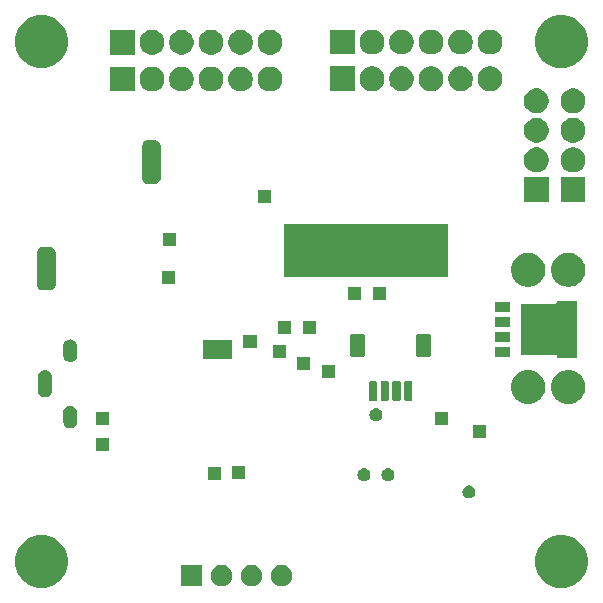
<source format=gbr>
G04 #@! TF.GenerationSoftware,KiCad,Pcbnew,5.1.6-c6e7f7d~87~ubuntu18.04.1*
G04 #@! TF.CreationDate,2020-08-09T22:43:26+01:00*
G04 #@! TF.ProjectId,simpleboard,73696d70-6c65-4626-9f61-72642e6b6963,rev?*
G04 #@! TF.SameCoordinates,Original*
G04 #@! TF.FileFunction,Soldermask,Bot*
G04 #@! TF.FilePolarity,Negative*
%FSLAX46Y46*%
G04 Gerber Fmt 4.6, Leading zero omitted, Abs format (unit mm)*
G04 Created by KiCad (PCBNEW 5.1.6-c6e7f7d~87~ubuntu18.04.1) date 2020-08-09 22:43:26*
%MOMM*%
%LPD*%
G01*
G04 APERTURE LIST*
%ADD10C,0.100000*%
G04 APERTURE END LIST*
D10*
G36*
X187350000Y-72800000D02*
G01*
X173500000Y-72800000D01*
X173500000Y-68400000D01*
X187350000Y-68400000D01*
X187350000Y-72800000D01*
G37*
X187350000Y-72800000D02*
X173500000Y-72800000D01*
X173500000Y-68400000D01*
X187350000Y-68400000D01*
X187350000Y-72800000D01*
G36*
X197275880Y-94759776D02*
G01*
X197656593Y-94835504D01*
X198066249Y-95005189D01*
X198434929Y-95251534D01*
X198748466Y-95565071D01*
X198994811Y-95933751D01*
X199164496Y-96343407D01*
X199251000Y-96778296D01*
X199251000Y-97221704D01*
X199164496Y-97656593D01*
X198994811Y-98066249D01*
X198748466Y-98434929D01*
X198434929Y-98748466D01*
X198066249Y-98994811D01*
X197656593Y-99164496D01*
X197275880Y-99240224D01*
X197221705Y-99251000D01*
X196778295Y-99251000D01*
X196724120Y-99240224D01*
X196343407Y-99164496D01*
X195933751Y-98994811D01*
X195565071Y-98748466D01*
X195251534Y-98434929D01*
X195005189Y-98066249D01*
X194835504Y-97656593D01*
X194749000Y-97221704D01*
X194749000Y-96778296D01*
X194835504Y-96343407D01*
X195005189Y-95933751D01*
X195251534Y-95565071D01*
X195565071Y-95251534D01*
X195933751Y-95005189D01*
X196343407Y-94835504D01*
X196724120Y-94759776D01*
X196778295Y-94749000D01*
X197221705Y-94749000D01*
X197275880Y-94759776D01*
G37*
G36*
X153275880Y-94759776D02*
G01*
X153656593Y-94835504D01*
X154066249Y-95005189D01*
X154434929Y-95251534D01*
X154748466Y-95565071D01*
X154994811Y-95933751D01*
X155164496Y-96343407D01*
X155251000Y-96778296D01*
X155251000Y-97221704D01*
X155164496Y-97656593D01*
X154994811Y-98066249D01*
X154748466Y-98434929D01*
X154434929Y-98748466D01*
X154066249Y-98994811D01*
X153656593Y-99164496D01*
X153275880Y-99240224D01*
X153221705Y-99251000D01*
X152778295Y-99251000D01*
X152724120Y-99240224D01*
X152343407Y-99164496D01*
X151933751Y-98994811D01*
X151565071Y-98748466D01*
X151251534Y-98434929D01*
X151005189Y-98066249D01*
X150835504Y-97656593D01*
X150749000Y-97221704D01*
X150749000Y-96778296D01*
X150835504Y-96343407D01*
X151005189Y-95933751D01*
X151251534Y-95565071D01*
X151565071Y-95251534D01*
X151933751Y-95005189D01*
X152343407Y-94835504D01*
X152724120Y-94759776D01*
X152778295Y-94749000D01*
X153221705Y-94749000D01*
X153275880Y-94759776D01*
G37*
G36*
X166601000Y-99101000D02*
G01*
X164799000Y-99101000D01*
X164799000Y-97299000D01*
X166601000Y-97299000D01*
X166601000Y-99101000D01*
G37*
G36*
X168353512Y-97303927D02*
G01*
X168502812Y-97333624D01*
X168666784Y-97401544D01*
X168814354Y-97500147D01*
X168939853Y-97625646D01*
X169038456Y-97773216D01*
X169106376Y-97937188D01*
X169141000Y-98111259D01*
X169141000Y-98288741D01*
X169106376Y-98462812D01*
X169038456Y-98626784D01*
X168939853Y-98774354D01*
X168814354Y-98899853D01*
X168666784Y-98998456D01*
X168502812Y-99066376D01*
X168353512Y-99096073D01*
X168328742Y-99101000D01*
X168151258Y-99101000D01*
X168126488Y-99096073D01*
X167977188Y-99066376D01*
X167813216Y-98998456D01*
X167665646Y-98899853D01*
X167540147Y-98774354D01*
X167441544Y-98626784D01*
X167373624Y-98462812D01*
X167339000Y-98288741D01*
X167339000Y-98111259D01*
X167373624Y-97937188D01*
X167441544Y-97773216D01*
X167540147Y-97625646D01*
X167665646Y-97500147D01*
X167813216Y-97401544D01*
X167977188Y-97333624D01*
X168126488Y-97303927D01*
X168151258Y-97299000D01*
X168328742Y-97299000D01*
X168353512Y-97303927D01*
G37*
G36*
X170893512Y-97303927D02*
G01*
X171042812Y-97333624D01*
X171206784Y-97401544D01*
X171354354Y-97500147D01*
X171479853Y-97625646D01*
X171578456Y-97773216D01*
X171646376Y-97937188D01*
X171681000Y-98111259D01*
X171681000Y-98288741D01*
X171646376Y-98462812D01*
X171578456Y-98626784D01*
X171479853Y-98774354D01*
X171354354Y-98899853D01*
X171206784Y-98998456D01*
X171042812Y-99066376D01*
X170893512Y-99096073D01*
X170868742Y-99101000D01*
X170691258Y-99101000D01*
X170666488Y-99096073D01*
X170517188Y-99066376D01*
X170353216Y-98998456D01*
X170205646Y-98899853D01*
X170080147Y-98774354D01*
X169981544Y-98626784D01*
X169913624Y-98462812D01*
X169879000Y-98288741D01*
X169879000Y-98111259D01*
X169913624Y-97937188D01*
X169981544Y-97773216D01*
X170080147Y-97625646D01*
X170205646Y-97500147D01*
X170353216Y-97401544D01*
X170517188Y-97333624D01*
X170666488Y-97303927D01*
X170691258Y-97299000D01*
X170868742Y-97299000D01*
X170893512Y-97303927D01*
G37*
G36*
X173433512Y-97303927D02*
G01*
X173582812Y-97333624D01*
X173746784Y-97401544D01*
X173894354Y-97500147D01*
X174019853Y-97625646D01*
X174118456Y-97773216D01*
X174186376Y-97937188D01*
X174221000Y-98111259D01*
X174221000Y-98288741D01*
X174186376Y-98462812D01*
X174118456Y-98626784D01*
X174019853Y-98774354D01*
X173894354Y-98899853D01*
X173746784Y-98998456D01*
X173582812Y-99066376D01*
X173433512Y-99096073D01*
X173408742Y-99101000D01*
X173231258Y-99101000D01*
X173206488Y-99096073D01*
X173057188Y-99066376D01*
X172893216Y-98998456D01*
X172745646Y-98899853D01*
X172620147Y-98774354D01*
X172521544Y-98626784D01*
X172453624Y-98462812D01*
X172419000Y-98288741D01*
X172419000Y-98111259D01*
X172453624Y-97937188D01*
X172521544Y-97773216D01*
X172620147Y-97625646D01*
X172745646Y-97500147D01*
X172893216Y-97401544D01*
X173057188Y-97333624D01*
X173206488Y-97303927D01*
X173231258Y-97299000D01*
X173408742Y-97299000D01*
X173433512Y-97303927D01*
G37*
G36*
X189335721Y-90570174D02*
G01*
X189435995Y-90611709D01*
X189435996Y-90611710D01*
X189526242Y-90672010D01*
X189602990Y-90748758D01*
X189602991Y-90748760D01*
X189663291Y-90839005D01*
X189704826Y-90939279D01*
X189726000Y-91045730D01*
X189726000Y-91154270D01*
X189704826Y-91260721D01*
X189663291Y-91360995D01*
X189663290Y-91360996D01*
X189602990Y-91451242D01*
X189526242Y-91527990D01*
X189480812Y-91558345D01*
X189435995Y-91588291D01*
X189335721Y-91629826D01*
X189229270Y-91651000D01*
X189120730Y-91651000D01*
X189014279Y-91629826D01*
X188914005Y-91588291D01*
X188869188Y-91558345D01*
X188823758Y-91527990D01*
X188747010Y-91451242D01*
X188686710Y-91360996D01*
X188686709Y-91360995D01*
X188645174Y-91260721D01*
X188624000Y-91154270D01*
X188624000Y-91045730D01*
X188645174Y-90939279D01*
X188686709Y-90839005D01*
X188747009Y-90748760D01*
X188747010Y-90748758D01*
X188823758Y-90672010D01*
X188914004Y-90611710D01*
X188914005Y-90611709D01*
X189014279Y-90570174D01*
X189120730Y-90549000D01*
X189229270Y-90549000D01*
X189335721Y-90570174D01*
G37*
G36*
X182422578Y-89104197D02*
G01*
X182475350Y-89114694D01*
X182574770Y-89155875D01*
X182664246Y-89215661D01*
X182740339Y-89291754D01*
X182800125Y-89381230D01*
X182841306Y-89480650D01*
X182862300Y-89586194D01*
X182862300Y-89693806D01*
X182841306Y-89799350D01*
X182800125Y-89898770D01*
X182740339Y-89988246D01*
X182664246Y-90064339D01*
X182574770Y-90124125D01*
X182475350Y-90165306D01*
X182422578Y-90175803D01*
X182369807Y-90186300D01*
X182262193Y-90186300D01*
X182209422Y-90175803D01*
X182156650Y-90165306D01*
X182057230Y-90124125D01*
X181967754Y-90064339D01*
X181891661Y-89988246D01*
X181831875Y-89898770D01*
X181790694Y-89799350D01*
X181769700Y-89693806D01*
X181769700Y-89586194D01*
X181790694Y-89480650D01*
X181831875Y-89381230D01*
X181891661Y-89291754D01*
X181967754Y-89215661D01*
X182057230Y-89155875D01*
X182156650Y-89114694D01*
X182209422Y-89104197D01*
X182262193Y-89093700D01*
X182369807Y-89093700D01*
X182422578Y-89104197D01*
G37*
G36*
X180390578Y-89104197D02*
G01*
X180443350Y-89114694D01*
X180542770Y-89155875D01*
X180632246Y-89215661D01*
X180708339Y-89291754D01*
X180768125Y-89381230D01*
X180809306Y-89480650D01*
X180830300Y-89586194D01*
X180830300Y-89693806D01*
X180809306Y-89799350D01*
X180768125Y-89898770D01*
X180708339Y-89988246D01*
X180632246Y-90064339D01*
X180542770Y-90124125D01*
X180443350Y-90165306D01*
X180390578Y-90175803D01*
X180337807Y-90186300D01*
X180230193Y-90186300D01*
X180177422Y-90175803D01*
X180124650Y-90165306D01*
X180025230Y-90124125D01*
X179935754Y-90064339D01*
X179859661Y-89988246D01*
X179799875Y-89898770D01*
X179758694Y-89799350D01*
X179737700Y-89693806D01*
X179737700Y-89586194D01*
X179758694Y-89480650D01*
X179799875Y-89381230D01*
X179859661Y-89291754D01*
X179935754Y-89215661D01*
X180025230Y-89155875D01*
X180124650Y-89114694D01*
X180177422Y-89104197D01*
X180230193Y-89093700D01*
X180337807Y-89093700D01*
X180390578Y-89104197D01*
G37*
G36*
X168201000Y-90101000D02*
G01*
X167099000Y-90101000D01*
X167099000Y-88999000D01*
X168201000Y-88999000D01*
X168201000Y-90101000D01*
G37*
G36*
X170251000Y-90051000D02*
G01*
X169149000Y-90051000D01*
X169149000Y-88949000D01*
X170251000Y-88949000D01*
X170251000Y-90051000D01*
G37*
G36*
X158676000Y-87626000D02*
G01*
X157574000Y-87626000D01*
X157574000Y-86524000D01*
X158676000Y-86524000D01*
X158676000Y-87626000D01*
G37*
G36*
X190651000Y-86551000D02*
G01*
X189549000Y-86551000D01*
X189549000Y-85449000D01*
X190651000Y-85449000D01*
X190651000Y-86551000D01*
G37*
G36*
X155542818Y-83807696D02*
G01*
X155656105Y-83842062D01*
X155760512Y-83897869D01*
X155852027Y-83972973D01*
X155927131Y-84064488D01*
X155982938Y-84168895D01*
X156017304Y-84282182D01*
X156026000Y-84370481D01*
X156026000Y-85129519D01*
X156017304Y-85217818D01*
X155982938Y-85331105D01*
X155927131Y-85435512D01*
X155927130Y-85435513D01*
X155852027Y-85527027D01*
X155776923Y-85588662D01*
X155760511Y-85602131D01*
X155656104Y-85657938D01*
X155542817Y-85692304D01*
X155425000Y-85703907D01*
X155307182Y-85692304D01*
X155193895Y-85657938D01*
X155089488Y-85602131D01*
X155075572Y-85590711D01*
X154997973Y-85527027D01*
X154922870Y-85435512D01*
X154922869Y-85435511D01*
X154867062Y-85331104D01*
X154832696Y-85217817D01*
X154824000Y-85129518D01*
X154824000Y-84370481D01*
X154832696Y-84282184D01*
X154854062Y-84211754D01*
X154867063Y-84168895D01*
X154922871Y-84064487D01*
X154997974Y-83972973D01*
X155089488Y-83897870D01*
X155089487Y-83897870D01*
X155089489Y-83897869D01*
X155193896Y-83842062D01*
X155307183Y-83807696D01*
X155425000Y-83796093D01*
X155542818Y-83807696D01*
G37*
G36*
X187376000Y-85476000D02*
G01*
X186274000Y-85476000D01*
X186274000Y-84374000D01*
X187376000Y-84374000D01*
X187376000Y-85476000D01*
G37*
G36*
X158676000Y-85476000D02*
G01*
X157574000Y-85476000D01*
X157574000Y-84374000D01*
X158676000Y-84374000D01*
X158676000Y-85476000D01*
G37*
G36*
X181406578Y-84024197D02*
G01*
X181459350Y-84034694D01*
X181558770Y-84075875D01*
X181648246Y-84135661D01*
X181724339Y-84211754D01*
X181784125Y-84301230D01*
X181825306Y-84400650D01*
X181846300Y-84506194D01*
X181846300Y-84613806D01*
X181825306Y-84719350D01*
X181784125Y-84818770D01*
X181724339Y-84908246D01*
X181648246Y-84984339D01*
X181558770Y-85044125D01*
X181459350Y-85085306D01*
X181406578Y-85095803D01*
X181353807Y-85106300D01*
X181246193Y-85106300D01*
X181193422Y-85095803D01*
X181140650Y-85085306D01*
X181041230Y-85044125D01*
X180951754Y-84984339D01*
X180875661Y-84908246D01*
X180815875Y-84818770D01*
X180774694Y-84719350D01*
X180753700Y-84613806D01*
X180753700Y-84506194D01*
X180774694Y-84400650D01*
X180815875Y-84301230D01*
X180875661Y-84211754D01*
X180951754Y-84135661D01*
X181041230Y-84075875D01*
X181140650Y-84034694D01*
X181193422Y-84024197D01*
X181246193Y-84013700D01*
X181353807Y-84013700D01*
X181406578Y-84024197D01*
G37*
G36*
X194427858Y-80796093D02*
G01*
X194620324Y-80834377D01*
X194728949Y-80879371D01*
X194882568Y-80943002D01*
X195118583Y-81100702D01*
X195319298Y-81301417D01*
X195476998Y-81537432D01*
X195540629Y-81691051D01*
X195585623Y-81799676D01*
X195593658Y-81840072D01*
X195641000Y-82078073D01*
X195641000Y-82361927D01*
X195585623Y-82640323D01*
X195476998Y-82902568D01*
X195319298Y-83138583D01*
X195118583Y-83339298D01*
X194882568Y-83496998D01*
X194728949Y-83560629D01*
X194620324Y-83605623D01*
X194481125Y-83633312D01*
X194341927Y-83661000D01*
X194058073Y-83661000D01*
X193918875Y-83633312D01*
X193779676Y-83605623D01*
X193671051Y-83560629D01*
X193517432Y-83496998D01*
X193281417Y-83339298D01*
X193080702Y-83138583D01*
X192923002Y-82902568D01*
X192814377Y-82640323D01*
X192759000Y-82361927D01*
X192759000Y-82078073D01*
X192806342Y-81840072D01*
X192814377Y-81799676D01*
X192859371Y-81691051D01*
X192923002Y-81537432D01*
X193080702Y-81301417D01*
X193281417Y-81100702D01*
X193517432Y-80943002D01*
X193671051Y-80879371D01*
X193779676Y-80834377D01*
X193972142Y-80796093D01*
X194058073Y-80779000D01*
X194341927Y-80779000D01*
X194427858Y-80796093D01*
G37*
G36*
X197827858Y-80796093D02*
G01*
X198020324Y-80834377D01*
X198128949Y-80879371D01*
X198282568Y-80943002D01*
X198518583Y-81100702D01*
X198719298Y-81301417D01*
X198876998Y-81537432D01*
X198940629Y-81691051D01*
X198985623Y-81799676D01*
X198993658Y-81840072D01*
X199041000Y-82078073D01*
X199041000Y-82361927D01*
X198985623Y-82640323D01*
X198876998Y-82902568D01*
X198719298Y-83138583D01*
X198518583Y-83339298D01*
X198282568Y-83496998D01*
X198128949Y-83560629D01*
X198020324Y-83605623D01*
X197881125Y-83633312D01*
X197741927Y-83661000D01*
X197458073Y-83661000D01*
X197318875Y-83633312D01*
X197179676Y-83605623D01*
X197071051Y-83560629D01*
X196917432Y-83496998D01*
X196681417Y-83339298D01*
X196480702Y-83138583D01*
X196323002Y-82902568D01*
X196214377Y-82640323D01*
X196159000Y-82361927D01*
X196159000Y-82078073D01*
X196206342Y-81840072D01*
X196214377Y-81799676D01*
X196259371Y-81691051D01*
X196323002Y-81537432D01*
X196480702Y-81301417D01*
X196681417Y-81100702D01*
X196917432Y-80943002D01*
X197071051Y-80879371D01*
X197179676Y-80834377D01*
X197372142Y-80796093D01*
X197458073Y-80779000D01*
X197741927Y-80779000D01*
X197827858Y-80796093D01*
G37*
G36*
X184309928Y-81751764D02*
G01*
X184331009Y-81758160D01*
X184350445Y-81768548D01*
X184367476Y-81782524D01*
X184381452Y-81799555D01*
X184391840Y-81818991D01*
X184398236Y-81840072D01*
X184401000Y-81868140D01*
X184401000Y-83281860D01*
X184398236Y-83309928D01*
X184391840Y-83331009D01*
X184381452Y-83350445D01*
X184367476Y-83367476D01*
X184350445Y-83381452D01*
X184331009Y-83391840D01*
X184309928Y-83398236D01*
X184281860Y-83401000D01*
X183818140Y-83401000D01*
X183790072Y-83398236D01*
X183768991Y-83391840D01*
X183749555Y-83381452D01*
X183732524Y-83367476D01*
X183718548Y-83350445D01*
X183708160Y-83331009D01*
X183701764Y-83309928D01*
X183699000Y-83281860D01*
X183699000Y-81868140D01*
X183701764Y-81840072D01*
X183708160Y-81818991D01*
X183718548Y-81799555D01*
X183732524Y-81782524D01*
X183749555Y-81768548D01*
X183768991Y-81758160D01*
X183790072Y-81751764D01*
X183818140Y-81749000D01*
X184281860Y-81749000D01*
X184309928Y-81751764D01*
G37*
G36*
X183309928Y-81751764D02*
G01*
X183331009Y-81758160D01*
X183350445Y-81768548D01*
X183367476Y-81782524D01*
X183381452Y-81799555D01*
X183391840Y-81818991D01*
X183398236Y-81840072D01*
X183401000Y-81868140D01*
X183401000Y-83281860D01*
X183398236Y-83309928D01*
X183391840Y-83331009D01*
X183381452Y-83350445D01*
X183367476Y-83367476D01*
X183350445Y-83381452D01*
X183331009Y-83391840D01*
X183309928Y-83398236D01*
X183281860Y-83401000D01*
X182818140Y-83401000D01*
X182790072Y-83398236D01*
X182768991Y-83391840D01*
X182749555Y-83381452D01*
X182732524Y-83367476D01*
X182718548Y-83350445D01*
X182708160Y-83331009D01*
X182701764Y-83309928D01*
X182699000Y-83281860D01*
X182699000Y-81868140D01*
X182701764Y-81840072D01*
X182708160Y-81818991D01*
X182718548Y-81799555D01*
X182732524Y-81782524D01*
X182749555Y-81768548D01*
X182768991Y-81758160D01*
X182790072Y-81751764D01*
X182818140Y-81749000D01*
X183281860Y-81749000D01*
X183309928Y-81751764D01*
G37*
G36*
X182309928Y-81751764D02*
G01*
X182331009Y-81758160D01*
X182350445Y-81768548D01*
X182367476Y-81782524D01*
X182381452Y-81799555D01*
X182391840Y-81818991D01*
X182398236Y-81840072D01*
X182401000Y-81868140D01*
X182401000Y-83281860D01*
X182398236Y-83309928D01*
X182391840Y-83331009D01*
X182381452Y-83350445D01*
X182367476Y-83367476D01*
X182350445Y-83381452D01*
X182331009Y-83391840D01*
X182309928Y-83398236D01*
X182281860Y-83401000D01*
X181818140Y-83401000D01*
X181790072Y-83398236D01*
X181768991Y-83391840D01*
X181749555Y-83381452D01*
X181732524Y-83367476D01*
X181718548Y-83350445D01*
X181708160Y-83331009D01*
X181701764Y-83309928D01*
X181699000Y-83281860D01*
X181699000Y-81868140D01*
X181701764Y-81840072D01*
X181708160Y-81818991D01*
X181718548Y-81799555D01*
X181732524Y-81782524D01*
X181749555Y-81768548D01*
X181768991Y-81758160D01*
X181790072Y-81751764D01*
X181818140Y-81749000D01*
X182281860Y-81749000D01*
X182309928Y-81751764D01*
G37*
G36*
X181309928Y-81751764D02*
G01*
X181331009Y-81758160D01*
X181350445Y-81768548D01*
X181367476Y-81782524D01*
X181381452Y-81799555D01*
X181391840Y-81818991D01*
X181398236Y-81840072D01*
X181401000Y-81868140D01*
X181401000Y-83281860D01*
X181398236Y-83309928D01*
X181391840Y-83331009D01*
X181381452Y-83350445D01*
X181367476Y-83367476D01*
X181350445Y-83381452D01*
X181331009Y-83391840D01*
X181309928Y-83398236D01*
X181281860Y-83401000D01*
X180818140Y-83401000D01*
X180790072Y-83398236D01*
X180768991Y-83391840D01*
X180749555Y-83381452D01*
X180732524Y-83367476D01*
X180718548Y-83350445D01*
X180708160Y-83331009D01*
X180701764Y-83309928D01*
X180699000Y-83281860D01*
X180699000Y-81868140D01*
X180701764Y-81840072D01*
X180708160Y-81818991D01*
X180718548Y-81799555D01*
X180732524Y-81782524D01*
X180749555Y-81768548D01*
X180768991Y-81758160D01*
X180790072Y-81751764D01*
X180818140Y-81749000D01*
X181281860Y-81749000D01*
X181309928Y-81751764D01*
G37*
G36*
X153392818Y-80807696D02*
G01*
X153506105Y-80842062D01*
X153610512Y-80897869D01*
X153702027Y-80972973D01*
X153777131Y-81064488D01*
X153832938Y-81168895D01*
X153867304Y-81282182D01*
X153876000Y-81370481D01*
X153876000Y-82529519D01*
X153867304Y-82617818D01*
X153832938Y-82731105D01*
X153777131Y-82835512D01*
X153777130Y-82835513D01*
X153702027Y-82927027D01*
X153626923Y-82988662D01*
X153610511Y-83002131D01*
X153506104Y-83057938D01*
X153392817Y-83092304D01*
X153275000Y-83103907D01*
X153157182Y-83092304D01*
X153043895Y-83057938D01*
X152939488Y-83002131D01*
X152925572Y-82990711D01*
X152847973Y-82927027D01*
X152772870Y-82835512D01*
X152772869Y-82835511D01*
X152717062Y-82731104D01*
X152682696Y-82617817D01*
X152674000Y-82529518D01*
X152674001Y-81370481D01*
X152682697Y-81282182D01*
X152717063Y-81168895D01*
X152772870Y-81064488D01*
X152847974Y-80972973D01*
X152939489Y-80897869D01*
X153043896Y-80842062D01*
X153157183Y-80807696D01*
X153275000Y-80796093D01*
X153392818Y-80807696D01*
G37*
G36*
X177851000Y-81451000D02*
G01*
X176749000Y-81451000D01*
X176749000Y-80349000D01*
X177851000Y-80349000D01*
X177851000Y-81451000D01*
G37*
G36*
X175701000Y-80801000D02*
G01*
X174599000Y-80801000D01*
X174599000Y-79699000D01*
X175701000Y-79699000D01*
X175701000Y-80801000D01*
G37*
G36*
X155542818Y-78207696D02*
G01*
X155656105Y-78242062D01*
X155760512Y-78297869D01*
X155852027Y-78372973D01*
X155927131Y-78464488D01*
X155982938Y-78568895D01*
X156017304Y-78682182D01*
X156026000Y-78770481D01*
X156026000Y-79529519D01*
X156017304Y-79617818D01*
X155982938Y-79731105D01*
X155927131Y-79835512D01*
X155927130Y-79835513D01*
X155852027Y-79927027D01*
X155776923Y-79988662D01*
X155760511Y-80002131D01*
X155656104Y-80057938D01*
X155542817Y-80092304D01*
X155425000Y-80103907D01*
X155307182Y-80092304D01*
X155193895Y-80057938D01*
X155089488Y-80002131D01*
X155075572Y-79990711D01*
X154997973Y-79927027D01*
X154922870Y-79835512D01*
X154922869Y-79835511D01*
X154867062Y-79731104D01*
X154832696Y-79617817D01*
X154824000Y-79529518D01*
X154824000Y-78770481D01*
X154832696Y-78682184D01*
X154852952Y-78615411D01*
X154867063Y-78568895D01*
X154922871Y-78464487D01*
X154997974Y-78372973D01*
X155089488Y-78297870D01*
X155089487Y-78297870D01*
X155089489Y-78297869D01*
X155193896Y-78242062D01*
X155307183Y-78207696D01*
X155425000Y-78196093D01*
X155542818Y-78207696D01*
G37*
G36*
X169111000Y-79851000D02*
G01*
X166709000Y-79851000D01*
X166709000Y-78249000D01*
X169111000Y-78249000D01*
X169111000Y-79851000D01*
G37*
G36*
X198288721Y-74931012D02*
G01*
X198301921Y-74935016D01*
X198314078Y-74941514D01*
X198324738Y-74950262D01*
X198333486Y-74960922D01*
X198339984Y-74973079D01*
X198343988Y-74986279D01*
X198345944Y-75006140D01*
X198345944Y-79693860D01*
X198343988Y-79713721D01*
X198339984Y-79726921D01*
X198333486Y-79739078D01*
X198324738Y-79749738D01*
X198314078Y-79758486D01*
X198301921Y-79764984D01*
X198288721Y-79768988D01*
X198268860Y-79770944D01*
X196731140Y-79770944D01*
X196711279Y-79768988D01*
X196698079Y-79764984D01*
X196685922Y-79758486D01*
X196675262Y-79749738D01*
X196666514Y-79739078D01*
X196660016Y-79726921D01*
X196656012Y-79713721D01*
X196654056Y-79693860D01*
X196654056Y-79645943D01*
X196651654Y-79621557D01*
X196644541Y-79598108D01*
X196632990Y-79576497D01*
X196617445Y-79557555D01*
X196598503Y-79542010D01*
X196576892Y-79530459D01*
X196553443Y-79523346D01*
X196529057Y-79520944D01*
X193656140Y-79520944D01*
X193636279Y-79518988D01*
X193623079Y-79514984D01*
X193610922Y-79508486D01*
X193600262Y-79499738D01*
X193591514Y-79489078D01*
X193585016Y-79476921D01*
X193581012Y-79463721D01*
X193579056Y-79443860D01*
X193579056Y-75256140D01*
X193581012Y-75236279D01*
X193585016Y-75223079D01*
X193591514Y-75210922D01*
X193600262Y-75200262D01*
X193610922Y-75191514D01*
X193623079Y-75185016D01*
X193636279Y-75181012D01*
X193656140Y-75179056D01*
X196529057Y-75179056D01*
X196553443Y-75176654D01*
X196576892Y-75169541D01*
X196598503Y-75157990D01*
X196617445Y-75142445D01*
X196632990Y-75123503D01*
X196644541Y-75101892D01*
X196651654Y-75078443D01*
X196654056Y-75054057D01*
X196654056Y-75006140D01*
X196656012Y-74986279D01*
X196660016Y-74973079D01*
X196666514Y-74960922D01*
X196675262Y-74950262D01*
X196685922Y-74941514D01*
X196698079Y-74935016D01*
X196711279Y-74931012D01*
X196731140Y-74929056D01*
X198268860Y-74929056D01*
X198288721Y-74931012D01*
G37*
G36*
X173701000Y-79751000D02*
G01*
X172599000Y-79751000D01*
X172599000Y-78649000D01*
X173701000Y-78649000D01*
X173701000Y-79751000D01*
G37*
G36*
X192675000Y-79680000D02*
G01*
X191385000Y-79680000D01*
X191385000Y-78840000D01*
X192675000Y-78840000D01*
X192675000Y-79680000D01*
G37*
G36*
X185841242Y-77753404D02*
G01*
X185878337Y-77764657D01*
X185912515Y-77782925D01*
X185942481Y-77807519D01*
X185967075Y-77837485D01*
X185985343Y-77871663D01*
X185996596Y-77908758D01*
X186001000Y-77953474D01*
X186001000Y-79446526D01*
X185996596Y-79491242D01*
X185985343Y-79528337D01*
X185967075Y-79562515D01*
X185942481Y-79592481D01*
X185912515Y-79617075D01*
X185878337Y-79635343D01*
X185841242Y-79646596D01*
X185796526Y-79651000D01*
X184903474Y-79651000D01*
X184858758Y-79646596D01*
X184821663Y-79635343D01*
X184787485Y-79617075D01*
X184757519Y-79592481D01*
X184732925Y-79562515D01*
X184714657Y-79528337D01*
X184703404Y-79491242D01*
X184699000Y-79446526D01*
X184699000Y-77953474D01*
X184703404Y-77908758D01*
X184714657Y-77871663D01*
X184732925Y-77837485D01*
X184757519Y-77807519D01*
X184787485Y-77782925D01*
X184821663Y-77764657D01*
X184858758Y-77753404D01*
X184903474Y-77749000D01*
X185796526Y-77749000D01*
X185841242Y-77753404D01*
G37*
G36*
X180241242Y-77753404D02*
G01*
X180278337Y-77764657D01*
X180312515Y-77782925D01*
X180342481Y-77807519D01*
X180367075Y-77837485D01*
X180385343Y-77871663D01*
X180396596Y-77908758D01*
X180401000Y-77953474D01*
X180401000Y-79446526D01*
X180396596Y-79491242D01*
X180385343Y-79528337D01*
X180367075Y-79562515D01*
X180342481Y-79592481D01*
X180312515Y-79617075D01*
X180278337Y-79635343D01*
X180241242Y-79646596D01*
X180196526Y-79651000D01*
X179303474Y-79651000D01*
X179258758Y-79646596D01*
X179221663Y-79635343D01*
X179187485Y-79617075D01*
X179157519Y-79592481D01*
X179132925Y-79562515D01*
X179114657Y-79528337D01*
X179103404Y-79491242D01*
X179099000Y-79446526D01*
X179099000Y-77953474D01*
X179103404Y-77908758D01*
X179114657Y-77871663D01*
X179132925Y-77837485D01*
X179157519Y-77807519D01*
X179187485Y-77782925D01*
X179221663Y-77764657D01*
X179258758Y-77753404D01*
X179303474Y-77749000D01*
X180196526Y-77749000D01*
X180241242Y-77753404D01*
G37*
G36*
X171201000Y-78951000D02*
G01*
X170099000Y-78951000D01*
X170099000Y-77849000D01*
X171201000Y-77849000D01*
X171201000Y-78951000D01*
G37*
G36*
X192675000Y-78410000D02*
G01*
X191385000Y-78410000D01*
X191385000Y-77570000D01*
X192675000Y-77570000D01*
X192675000Y-78410000D01*
G37*
G36*
X176251000Y-77751000D02*
G01*
X175149000Y-77751000D01*
X175149000Y-76649000D01*
X176251000Y-76649000D01*
X176251000Y-77751000D01*
G37*
G36*
X174151000Y-77751000D02*
G01*
X173049000Y-77751000D01*
X173049000Y-76649000D01*
X174151000Y-76649000D01*
X174151000Y-77751000D01*
G37*
G36*
X192675000Y-77130000D02*
G01*
X191385000Y-77130000D01*
X191385000Y-76290000D01*
X192675000Y-76290000D01*
X192675000Y-77130000D01*
G37*
G36*
X192675000Y-75860000D02*
G01*
X191385000Y-75860000D01*
X191385000Y-75020000D01*
X192675000Y-75020000D01*
X192675000Y-75860000D01*
G37*
G36*
X180051000Y-74851000D02*
G01*
X178949000Y-74851000D01*
X178949000Y-73749000D01*
X180051000Y-73749000D01*
X180051000Y-74851000D01*
G37*
G36*
X182151000Y-74851000D02*
G01*
X181049000Y-74851000D01*
X181049000Y-73749000D01*
X182151000Y-73749000D01*
X182151000Y-74851000D01*
G37*
G36*
X153662199Y-70349954D02*
G01*
X153674450Y-70350556D01*
X153692869Y-70350556D01*
X153715149Y-70352750D01*
X153799233Y-70369476D01*
X153820660Y-70375976D01*
X153899858Y-70408780D01*
X153905303Y-70411691D01*
X153905309Y-70411693D01*
X153914169Y-70416429D01*
X153914173Y-70416432D01*
X153919614Y-70419340D01*
X153990899Y-70466971D01*
X154008204Y-70481172D01*
X154068828Y-70541796D01*
X154083029Y-70559101D01*
X154130660Y-70630386D01*
X154133568Y-70635827D01*
X154133571Y-70635831D01*
X154138307Y-70644691D01*
X154138309Y-70644697D01*
X154141220Y-70650142D01*
X154174024Y-70729340D01*
X154180524Y-70750767D01*
X154197250Y-70834851D01*
X154199444Y-70857131D01*
X154199444Y-70875550D01*
X154200046Y-70887801D01*
X154201852Y-70906139D01*
X154201852Y-71443860D01*
X154200263Y-71459999D01*
X154195855Y-71474528D01*
X154190394Y-71487711D01*
X154185612Y-71511745D01*
X154185611Y-71536249D01*
X154190391Y-71560282D01*
X154199768Y-71582921D01*
X154201000Y-71584765D01*
X154201000Y-72816050D01*
X154194525Y-72828164D01*
X154187412Y-72851613D01*
X154185010Y-72875999D01*
X154187412Y-72900385D01*
X154194525Y-72923834D01*
X154196848Y-72928746D01*
X154200263Y-72940001D01*
X154201852Y-72956140D01*
X154201852Y-73493862D01*
X154200046Y-73512199D01*
X154199444Y-73524450D01*
X154199444Y-73542869D01*
X154197250Y-73565149D01*
X154180524Y-73649233D01*
X154174024Y-73670660D01*
X154141220Y-73749858D01*
X154138309Y-73755303D01*
X154138307Y-73755309D01*
X154133571Y-73764169D01*
X154133568Y-73764173D01*
X154130660Y-73769614D01*
X154083029Y-73840899D01*
X154068828Y-73858204D01*
X154008204Y-73918828D01*
X153990899Y-73933029D01*
X153919614Y-73980660D01*
X153914173Y-73983568D01*
X153914169Y-73983571D01*
X153905309Y-73988307D01*
X153905303Y-73988309D01*
X153899858Y-73991220D01*
X153820660Y-74024024D01*
X153799233Y-74030524D01*
X153715149Y-74047250D01*
X153692869Y-74049444D01*
X153674450Y-74049444D01*
X153662199Y-74050046D01*
X153643862Y-74051852D01*
X153156138Y-74051852D01*
X153137801Y-74050046D01*
X153125550Y-74049444D01*
X153107131Y-74049444D01*
X153084851Y-74047250D01*
X153000767Y-74030524D01*
X152979340Y-74024024D01*
X152900142Y-73991220D01*
X152894697Y-73988309D01*
X152894691Y-73988307D01*
X152885831Y-73983571D01*
X152885827Y-73983568D01*
X152880386Y-73980660D01*
X152809101Y-73933029D01*
X152791796Y-73918828D01*
X152731172Y-73858204D01*
X152716971Y-73840899D01*
X152669340Y-73769614D01*
X152666432Y-73764173D01*
X152666429Y-73764169D01*
X152661693Y-73755309D01*
X152661691Y-73755303D01*
X152658780Y-73749858D01*
X152625976Y-73670660D01*
X152619476Y-73649233D01*
X152602750Y-73565149D01*
X152600556Y-73542869D01*
X152600556Y-73524450D01*
X152599954Y-73512199D01*
X152598148Y-73493862D01*
X152598148Y-72956140D01*
X152599737Y-72940001D01*
X152604145Y-72925472D01*
X152609606Y-72912289D01*
X152614388Y-72888255D01*
X152614389Y-72863751D01*
X152609609Y-72839718D01*
X152600232Y-72817079D01*
X152599000Y-72815235D01*
X152599000Y-71583950D01*
X152605475Y-71571836D01*
X152612588Y-71548387D01*
X152614990Y-71524001D01*
X152612588Y-71499615D01*
X152605475Y-71476166D01*
X152603152Y-71471254D01*
X152599737Y-71459999D01*
X152598148Y-71443860D01*
X152598148Y-70906139D01*
X152599954Y-70887801D01*
X152600556Y-70875550D01*
X152600556Y-70857131D01*
X152602750Y-70834851D01*
X152619476Y-70750767D01*
X152625976Y-70729340D01*
X152658780Y-70650142D01*
X152661691Y-70644697D01*
X152661693Y-70644691D01*
X152666429Y-70635831D01*
X152666432Y-70635827D01*
X152669340Y-70630386D01*
X152716971Y-70559101D01*
X152731172Y-70541796D01*
X152791796Y-70481172D01*
X152809101Y-70466971D01*
X152880386Y-70419340D01*
X152885827Y-70416432D01*
X152885831Y-70416429D01*
X152894691Y-70411693D01*
X152894697Y-70411691D01*
X152900142Y-70408780D01*
X152979340Y-70375976D01*
X153000767Y-70369476D01*
X153084851Y-70352750D01*
X153107131Y-70350556D01*
X153125550Y-70350556D01*
X153137801Y-70349954D01*
X153156139Y-70348148D01*
X153643861Y-70348148D01*
X153662199Y-70349954D01*
G37*
G36*
X194474200Y-70885311D02*
G01*
X194620324Y-70914377D01*
X194728949Y-70959371D01*
X194882568Y-71023002D01*
X195118583Y-71180702D01*
X195319298Y-71381417D01*
X195476998Y-71617432D01*
X195540629Y-71771051D01*
X195585623Y-71879676D01*
X195641000Y-72158074D01*
X195641000Y-72441926D01*
X195585623Y-72720324D01*
X195546309Y-72815235D01*
X195476998Y-72982568D01*
X195319298Y-73218583D01*
X195118583Y-73419298D01*
X194882568Y-73576998D01*
X194728949Y-73640629D01*
X194620324Y-73685623D01*
X194481125Y-73713311D01*
X194341927Y-73741000D01*
X194058073Y-73741000D01*
X193918875Y-73713311D01*
X193779676Y-73685623D01*
X193671051Y-73640629D01*
X193517432Y-73576998D01*
X193281417Y-73419298D01*
X193080702Y-73218583D01*
X192923002Y-72982568D01*
X192853691Y-72815235D01*
X192814377Y-72720324D01*
X192759000Y-72441926D01*
X192759000Y-72158074D01*
X192814377Y-71879676D01*
X192859371Y-71771051D01*
X192923002Y-71617432D01*
X193080702Y-71381417D01*
X193281417Y-71180702D01*
X193517432Y-71023002D01*
X193671051Y-70959371D01*
X193779676Y-70914377D01*
X193925800Y-70885311D01*
X194058073Y-70859000D01*
X194341927Y-70859000D01*
X194474200Y-70885311D01*
G37*
G36*
X197874200Y-70885311D02*
G01*
X198020324Y-70914377D01*
X198128949Y-70959371D01*
X198282568Y-71023002D01*
X198518583Y-71180702D01*
X198719298Y-71381417D01*
X198876998Y-71617432D01*
X198940629Y-71771051D01*
X198985623Y-71879676D01*
X199041000Y-72158074D01*
X199041000Y-72441926D01*
X198985623Y-72720324D01*
X198946309Y-72815235D01*
X198876998Y-72982568D01*
X198719298Y-73218583D01*
X198518583Y-73419298D01*
X198282568Y-73576998D01*
X198128949Y-73640629D01*
X198020324Y-73685623D01*
X197881125Y-73713311D01*
X197741927Y-73741000D01*
X197458073Y-73741000D01*
X197318875Y-73713311D01*
X197179676Y-73685623D01*
X197071051Y-73640629D01*
X196917432Y-73576998D01*
X196681417Y-73419298D01*
X196480702Y-73218583D01*
X196323002Y-72982568D01*
X196253691Y-72815235D01*
X196214377Y-72720324D01*
X196159000Y-72441926D01*
X196159000Y-72158074D01*
X196214377Y-71879676D01*
X196259371Y-71771051D01*
X196323002Y-71617432D01*
X196480702Y-71381417D01*
X196681417Y-71180702D01*
X196917432Y-71023002D01*
X197071051Y-70959371D01*
X197179676Y-70914377D01*
X197325800Y-70885311D01*
X197458073Y-70859000D01*
X197741927Y-70859000D01*
X197874200Y-70885311D01*
G37*
G36*
X164301000Y-73476000D02*
G01*
X163199000Y-73476000D01*
X163199000Y-72374000D01*
X164301000Y-72374000D01*
X164301000Y-73476000D01*
G37*
G36*
X185612302Y-70079795D02*
G01*
X185682363Y-70108815D01*
X185745422Y-70150950D01*
X185799050Y-70204578D01*
X185841185Y-70267637D01*
X185870205Y-70337698D01*
X185885000Y-70412079D01*
X185885000Y-70487921D01*
X185870205Y-70562302D01*
X185841185Y-70632363D01*
X185799050Y-70695422D01*
X185745422Y-70749050D01*
X185682363Y-70791185D01*
X185612302Y-70820205D01*
X185537921Y-70835000D01*
X185462079Y-70835000D01*
X185387698Y-70820205D01*
X185317637Y-70791185D01*
X185254578Y-70749050D01*
X185200950Y-70695422D01*
X185158815Y-70632363D01*
X185129795Y-70562302D01*
X185115000Y-70487921D01*
X185115000Y-70412079D01*
X185129795Y-70337698D01*
X185158815Y-70267637D01*
X185200950Y-70204578D01*
X185254578Y-70150950D01*
X185317637Y-70108815D01*
X185387698Y-70079795D01*
X185462079Y-70065000D01*
X185537921Y-70065000D01*
X185612302Y-70079795D01*
G37*
G36*
X184312302Y-70079795D02*
G01*
X184382363Y-70108815D01*
X184445422Y-70150950D01*
X184499050Y-70204578D01*
X184541185Y-70267637D01*
X184570205Y-70337698D01*
X184585000Y-70412079D01*
X184585000Y-70487921D01*
X184570205Y-70562302D01*
X184541185Y-70632363D01*
X184499050Y-70695422D01*
X184445422Y-70749050D01*
X184382363Y-70791185D01*
X184312302Y-70820205D01*
X184237921Y-70835000D01*
X184162079Y-70835000D01*
X184087698Y-70820205D01*
X184017637Y-70791185D01*
X183954578Y-70749050D01*
X183900950Y-70695422D01*
X183858815Y-70632363D01*
X183829795Y-70562302D01*
X183815000Y-70487921D01*
X183815000Y-70412079D01*
X183829795Y-70337698D01*
X183858815Y-70267637D01*
X183900950Y-70204578D01*
X183954578Y-70150950D01*
X184017637Y-70108815D01*
X184087698Y-70079795D01*
X184162079Y-70065000D01*
X184237921Y-70065000D01*
X184312302Y-70079795D01*
G37*
G36*
X175712302Y-70079795D02*
G01*
X175782363Y-70108815D01*
X175845422Y-70150950D01*
X175899050Y-70204578D01*
X175941185Y-70267637D01*
X175970205Y-70337698D01*
X175985000Y-70412079D01*
X175985000Y-70487921D01*
X175970205Y-70562302D01*
X175941185Y-70632363D01*
X175899050Y-70695422D01*
X175845422Y-70749050D01*
X175782363Y-70791185D01*
X175712302Y-70820205D01*
X175637921Y-70835000D01*
X175562079Y-70835000D01*
X175487698Y-70820205D01*
X175417637Y-70791185D01*
X175354578Y-70749050D01*
X175300950Y-70695422D01*
X175258815Y-70632363D01*
X175229795Y-70562302D01*
X175215000Y-70487921D01*
X175215000Y-70412079D01*
X175229795Y-70337698D01*
X175258815Y-70267637D01*
X175300950Y-70204578D01*
X175354578Y-70150950D01*
X175417637Y-70108815D01*
X175487698Y-70079795D01*
X175562079Y-70065000D01*
X175637921Y-70065000D01*
X175712302Y-70079795D01*
G37*
G36*
X174412302Y-70079795D02*
G01*
X174482363Y-70108815D01*
X174545422Y-70150950D01*
X174599050Y-70204578D01*
X174641185Y-70267637D01*
X174670205Y-70337698D01*
X174685000Y-70412079D01*
X174685000Y-70487921D01*
X174670205Y-70562302D01*
X174641185Y-70632363D01*
X174599050Y-70695422D01*
X174545422Y-70749050D01*
X174482363Y-70791185D01*
X174412302Y-70820205D01*
X174337921Y-70835000D01*
X174262079Y-70835000D01*
X174187698Y-70820205D01*
X174117637Y-70791185D01*
X174054578Y-70749050D01*
X174000950Y-70695422D01*
X173958815Y-70632363D01*
X173929795Y-70562302D01*
X173915000Y-70487921D01*
X173915000Y-70412079D01*
X173929795Y-70337698D01*
X173958815Y-70267637D01*
X174000950Y-70204578D01*
X174054578Y-70150950D01*
X174117637Y-70108815D01*
X174187698Y-70079795D01*
X174262079Y-70065000D01*
X174337921Y-70065000D01*
X174412302Y-70079795D01*
G37*
G36*
X177012302Y-70079795D02*
G01*
X177082363Y-70108815D01*
X177145422Y-70150950D01*
X177199050Y-70204578D01*
X177241185Y-70267637D01*
X177270205Y-70337698D01*
X177285000Y-70412079D01*
X177285000Y-70487921D01*
X177270205Y-70562302D01*
X177241185Y-70632363D01*
X177199050Y-70695422D01*
X177145422Y-70749050D01*
X177082363Y-70791185D01*
X177012302Y-70820205D01*
X176937921Y-70835000D01*
X176862079Y-70835000D01*
X176787698Y-70820205D01*
X176717637Y-70791185D01*
X176654578Y-70749050D01*
X176600950Y-70695422D01*
X176558815Y-70632363D01*
X176529795Y-70562302D01*
X176515000Y-70487921D01*
X176515000Y-70412079D01*
X176529795Y-70337698D01*
X176558815Y-70267637D01*
X176600950Y-70204578D01*
X176654578Y-70150950D01*
X176717637Y-70108815D01*
X176787698Y-70079795D01*
X176862079Y-70065000D01*
X176937921Y-70065000D01*
X177012302Y-70079795D01*
G37*
G36*
X186912302Y-70079795D02*
G01*
X186982363Y-70108815D01*
X187045422Y-70150950D01*
X187099050Y-70204578D01*
X187141185Y-70267637D01*
X187170205Y-70337698D01*
X187185000Y-70412079D01*
X187185000Y-70487921D01*
X187170205Y-70562302D01*
X187141185Y-70632363D01*
X187099050Y-70695422D01*
X187045422Y-70749050D01*
X186982363Y-70791185D01*
X186912302Y-70820205D01*
X186837921Y-70835000D01*
X186762079Y-70835000D01*
X186687698Y-70820205D01*
X186617637Y-70791185D01*
X186554578Y-70749050D01*
X186500950Y-70695422D01*
X186458815Y-70632363D01*
X186429795Y-70562302D01*
X186415000Y-70487921D01*
X186415000Y-70412079D01*
X186429795Y-70337698D01*
X186458815Y-70267637D01*
X186500950Y-70204578D01*
X186554578Y-70150950D01*
X186617637Y-70108815D01*
X186687698Y-70079795D01*
X186762079Y-70065000D01*
X186837921Y-70065000D01*
X186912302Y-70079795D01*
G37*
G36*
X164351000Y-70326000D02*
G01*
X163249000Y-70326000D01*
X163249000Y-69224000D01*
X164351000Y-69224000D01*
X164351000Y-70326000D01*
G37*
G36*
X174412302Y-68779795D02*
G01*
X174482363Y-68808815D01*
X174545422Y-68850950D01*
X174599050Y-68904578D01*
X174641185Y-68967637D01*
X174670205Y-69037698D01*
X174685000Y-69112079D01*
X174685000Y-69187921D01*
X174670205Y-69262302D01*
X174641185Y-69332363D01*
X174599050Y-69395422D01*
X174545422Y-69449050D01*
X174482363Y-69491185D01*
X174412302Y-69520205D01*
X174337921Y-69535000D01*
X174262079Y-69535000D01*
X174187698Y-69520205D01*
X174117637Y-69491185D01*
X174054578Y-69449050D01*
X174000950Y-69395422D01*
X173958815Y-69332363D01*
X173929795Y-69262302D01*
X173915000Y-69187921D01*
X173915000Y-69112079D01*
X173929795Y-69037698D01*
X173958815Y-68967637D01*
X174000950Y-68904578D01*
X174054578Y-68850950D01*
X174117637Y-68808815D01*
X174187698Y-68779795D01*
X174262079Y-68765000D01*
X174337921Y-68765000D01*
X174412302Y-68779795D01*
G37*
G36*
X177012302Y-68779795D02*
G01*
X177082363Y-68808815D01*
X177145422Y-68850950D01*
X177199050Y-68904578D01*
X177241185Y-68967637D01*
X177270205Y-69037698D01*
X177285000Y-69112079D01*
X177285000Y-69187921D01*
X177270205Y-69262302D01*
X177241185Y-69332363D01*
X177199050Y-69395422D01*
X177145422Y-69449050D01*
X177082363Y-69491185D01*
X177012302Y-69520205D01*
X176937921Y-69535000D01*
X176862079Y-69535000D01*
X176787698Y-69520205D01*
X176717637Y-69491185D01*
X176654578Y-69449050D01*
X176600950Y-69395422D01*
X176558815Y-69332363D01*
X176529795Y-69262302D01*
X176515000Y-69187921D01*
X176515000Y-69112079D01*
X176529795Y-69037698D01*
X176558815Y-68967637D01*
X176600950Y-68904578D01*
X176654578Y-68850950D01*
X176717637Y-68808815D01*
X176787698Y-68779795D01*
X176862079Y-68765000D01*
X176937921Y-68765000D01*
X177012302Y-68779795D01*
G37*
G36*
X186912302Y-68779795D02*
G01*
X186982363Y-68808815D01*
X187045422Y-68850950D01*
X187099050Y-68904578D01*
X187141185Y-68967637D01*
X187170205Y-69037698D01*
X187185000Y-69112079D01*
X187185000Y-69187921D01*
X187170205Y-69262302D01*
X187141185Y-69332363D01*
X187099050Y-69395422D01*
X187045422Y-69449050D01*
X186982363Y-69491185D01*
X186912302Y-69520205D01*
X186837921Y-69535000D01*
X186762079Y-69535000D01*
X186687698Y-69520205D01*
X186617637Y-69491185D01*
X186554578Y-69449050D01*
X186500950Y-69395422D01*
X186458815Y-69332363D01*
X186429795Y-69262302D01*
X186415000Y-69187921D01*
X186415000Y-69112079D01*
X186429795Y-69037698D01*
X186458815Y-68967637D01*
X186500950Y-68904578D01*
X186554578Y-68850950D01*
X186617637Y-68808815D01*
X186687698Y-68779795D01*
X186762079Y-68765000D01*
X186837921Y-68765000D01*
X186912302Y-68779795D01*
G37*
G36*
X175712302Y-68779795D02*
G01*
X175782363Y-68808815D01*
X175845422Y-68850950D01*
X175899050Y-68904578D01*
X175941185Y-68967637D01*
X175970205Y-69037698D01*
X175985000Y-69112079D01*
X175985000Y-69187921D01*
X175970205Y-69262302D01*
X175941185Y-69332363D01*
X175899050Y-69395422D01*
X175845422Y-69449050D01*
X175782363Y-69491185D01*
X175712302Y-69520205D01*
X175637921Y-69535000D01*
X175562079Y-69535000D01*
X175487698Y-69520205D01*
X175417637Y-69491185D01*
X175354578Y-69449050D01*
X175300950Y-69395422D01*
X175258815Y-69332363D01*
X175229795Y-69262302D01*
X175215000Y-69187921D01*
X175215000Y-69112079D01*
X175229795Y-69037698D01*
X175258815Y-68967637D01*
X175300950Y-68904578D01*
X175354578Y-68850950D01*
X175417637Y-68808815D01*
X175487698Y-68779795D01*
X175562079Y-68765000D01*
X175637921Y-68765000D01*
X175712302Y-68779795D01*
G37*
G36*
X184312302Y-68779795D02*
G01*
X184382363Y-68808815D01*
X184445422Y-68850950D01*
X184499050Y-68904578D01*
X184541185Y-68967637D01*
X184570205Y-69037698D01*
X184585000Y-69112079D01*
X184585000Y-69187921D01*
X184570205Y-69262302D01*
X184541185Y-69332363D01*
X184499050Y-69395422D01*
X184445422Y-69449050D01*
X184382363Y-69491185D01*
X184312302Y-69520205D01*
X184237921Y-69535000D01*
X184162079Y-69535000D01*
X184087698Y-69520205D01*
X184017637Y-69491185D01*
X183954578Y-69449050D01*
X183900950Y-69395422D01*
X183858815Y-69332363D01*
X183829795Y-69262302D01*
X183815000Y-69187921D01*
X183815000Y-69112079D01*
X183829795Y-69037698D01*
X183858815Y-68967637D01*
X183900950Y-68904578D01*
X183954578Y-68850950D01*
X184017637Y-68808815D01*
X184087698Y-68779795D01*
X184162079Y-68765000D01*
X184237921Y-68765000D01*
X184312302Y-68779795D01*
G37*
G36*
X185612302Y-68779795D02*
G01*
X185682363Y-68808815D01*
X185745422Y-68850950D01*
X185799050Y-68904578D01*
X185841185Y-68967637D01*
X185870205Y-69037698D01*
X185885000Y-69112079D01*
X185885000Y-69187921D01*
X185870205Y-69262302D01*
X185841185Y-69332363D01*
X185799050Y-69395422D01*
X185745422Y-69449050D01*
X185682363Y-69491185D01*
X185612302Y-69520205D01*
X185537921Y-69535000D01*
X185462079Y-69535000D01*
X185387698Y-69520205D01*
X185317637Y-69491185D01*
X185254578Y-69449050D01*
X185200950Y-69395422D01*
X185158815Y-69332363D01*
X185129795Y-69262302D01*
X185115000Y-69187921D01*
X185115000Y-69112079D01*
X185129795Y-69037698D01*
X185158815Y-68967637D01*
X185200950Y-68904578D01*
X185254578Y-68850950D01*
X185317637Y-68808815D01*
X185387698Y-68779795D01*
X185462079Y-68765000D01*
X185537921Y-68765000D01*
X185612302Y-68779795D01*
G37*
G36*
X172451000Y-66651000D02*
G01*
X171349000Y-66651000D01*
X171349000Y-65549000D01*
X172451000Y-65549000D01*
X172451000Y-66651000D01*
G37*
G36*
X199051000Y-66551000D02*
G01*
X196949000Y-66551000D01*
X196949000Y-64449000D01*
X199051000Y-64449000D01*
X199051000Y-66551000D01*
G37*
G36*
X195951000Y-66551000D02*
G01*
X193849000Y-66551000D01*
X193849000Y-64449000D01*
X195951000Y-64449000D01*
X195951000Y-66551000D01*
G37*
G36*
X162562199Y-61324954D02*
G01*
X162574450Y-61325556D01*
X162592869Y-61325556D01*
X162615149Y-61327750D01*
X162699233Y-61344476D01*
X162720660Y-61350976D01*
X162799858Y-61383780D01*
X162805303Y-61386691D01*
X162805309Y-61386693D01*
X162814169Y-61391429D01*
X162814173Y-61391432D01*
X162819614Y-61394340D01*
X162890899Y-61441971D01*
X162908204Y-61456172D01*
X162968828Y-61516796D01*
X162983029Y-61534101D01*
X163030660Y-61605386D01*
X163033568Y-61610827D01*
X163033571Y-61610831D01*
X163038307Y-61619691D01*
X163038309Y-61619697D01*
X163041220Y-61625142D01*
X163074024Y-61704340D01*
X163080524Y-61725767D01*
X163097250Y-61809851D01*
X163099444Y-61832131D01*
X163099444Y-61850550D01*
X163100046Y-61862801D01*
X163101852Y-61881139D01*
X163101852Y-62418860D01*
X163100263Y-62434999D01*
X163095855Y-62449528D01*
X163090394Y-62462711D01*
X163085612Y-62486745D01*
X163085611Y-62511249D01*
X163090391Y-62535282D01*
X163099768Y-62557921D01*
X163101000Y-62559765D01*
X163101000Y-63791050D01*
X163094525Y-63803164D01*
X163087412Y-63826613D01*
X163085010Y-63850999D01*
X163087412Y-63875385D01*
X163094525Y-63898834D01*
X163096848Y-63903746D01*
X163100263Y-63915001D01*
X163101852Y-63931140D01*
X163101852Y-64468862D01*
X163100046Y-64487199D01*
X163099444Y-64499450D01*
X163099444Y-64517869D01*
X163097250Y-64540149D01*
X163080524Y-64624233D01*
X163074024Y-64645660D01*
X163041220Y-64724858D01*
X163038309Y-64730303D01*
X163038307Y-64730309D01*
X163033571Y-64739169D01*
X163033568Y-64739173D01*
X163030660Y-64744614D01*
X162983029Y-64815899D01*
X162968828Y-64833204D01*
X162908204Y-64893828D01*
X162890899Y-64908029D01*
X162819614Y-64955660D01*
X162814173Y-64958568D01*
X162814169Y-64958571D01*
X162805309Y-64963307D01*
X162805303Y-64963309D01*
X162799858Y-64966220D01*
X162720660Y-64999024D01*
X162699233Y-65005524D01*
X162615149Y-65022250D01*
X162592869Y-65024444D01*
X162574450Y-65024444D01*
X162562199Y-65025046D01*
X162543862Y-65026852D01*
X162056138Y-65026852D01*
X162037801Y-65025046D01*
X162025550Y-65024444D01*
X162007131Y-65024444D01*
X161984851Y-65022250D01*
X161900767Y-65005524D01*
X161879340Y-64999024D01*
X161800142Y-64966220D01*
X161794697Y-64963309D01*
X161794691Y-64963307D01*
X161785831Y-64958571D01*
X161785827Y-64958568D01*
X161780386Y-64955660D01*
X161709101Y-64908029D01*
X161691796Y-64893828D01*
X161631172Y-64833204D01*
X161616971Y-64815899D01*
X161569340Y-64744614D01*
X161566432Y-64739173D01*
X161566429Y-64739169D01*
X161561693Y-64730309D01*
X161561691Y-64730303D01*
X161558780Y-64724858D01*
X161525976Y-64645660D01*
X161519476Y-64624233D01*
X161502750Y-64540149D01*
X161500556Y-64517869D01*
X161500556Y-64499450D01*
X161499954Y-64487199D01*
X161498148Y-64468862D01*
X161498148Y-63931140D01*
X161499737Y-63915001D01*
X161504145Y-63900472D01*
X161509606Y-63887289D01*
X161514388Y-63863255D01*
X161514389Y-63838751D01*
X161509609Y-63814718D01*
X161500232Y-63792079D01*
X161499000Y-63790235D01*
X161499000Y-62558950D01*
X161505475Y-62546836D01*
X161512588Y-62523387D01*
X161514990Y-62499001D01*
X161512588Y-62474615D01*
X161505475Y-62451166D01*
X161503152Y-62446254D01*
X161499737Y-62434999D01*
X161498148Y-62418860D01*
X161498148Y-61881139D01*
X161499954Y-61862801D01*
X161500556Y-61850550D01*
X161500556Y-61832131D01*
X161502750Y-61809851D01*
X161519476Y-61725767D01*
X161525976Y-61704340D01*
X161558780Y-61625142D01*
X161561691Y-61619697D01*
X161561693Y-61619691D01*
X161566429Y-61610831D01*
X161566432Y-61610827D01*
X161569340Y-61605386D01*
X161616971Y-61534101D01*
X161631172Y-61516796D01*
X161691796Y-61456172D01*
X161709101Y-61441971D01*
X161780386Y-61394340D01*
X161785827Y-61391432D01*
X161785831Y-61391429D01*
X161794691Y-61386693D01*
X161794697Y-61386691D01*
X161800142Y-61383780D01*
X161879340Y-61350976D01*
X161900767Y-61344476D01*
X161984851Y-61327750D01*
X162007131Y-61325556D01*
X162025550Y-61325556D01*
X162037801Y-61324954D01*
X162056139Y-61323148D01*
X162543861Y-61323148D01*
X162562199Y-61324954D01*
G37*
G36*
X195206564Y-61989389D02*
G01*
X195397833Y-62068615D01*
X195397835Y-62068616D01*
X195569973Y-62183635D01*
X195716365Y-62330027D01*
X195821081Y-62486745D01*
X195831385Y-62502167D01*
X195910611Y-62693436D01*
X195951000Y-62896484D01*
X195951000Y-63103516D01*
X195910611Y-63306564D01*
X195831385Y-63497833D01*
X195831384Y-63497835D01*
X195716365Y-63669973D01*
X195569973Y-63816365D01*
X195397835Y-63931384D01*
X195397834Y-63931385D01*
X195397833Y-63931385D01*
X195206564Y-64010611D01*
X195003516Y-64051000D01*
X194796484Y-64051000D01*
X194593436Y-64010611D01*
X194402167Y-63931385D01*
X194402166Y-63931385D01*
X194402165Y-63931384D01*
X194230027Y-63816365D01*
X194083635Y-63669973D01*
X193968616Y-63497835D01*
X193968615Y-63497833D01*
X193889389Y-63306564D01*
X193849000Y-63103516D01*
X193849000Y-62896484D01*
X193889389Y-62693436D01*
X193968615Y-62502167D01*
X193978920Y-62486745D01*
X194083635Y-62330027D01*
X194230027Y-62183635D01*
X194402165Y-62068616D01*
X194402167Y-62068615D01*
X194593436Y-61989389D01*
X194796484Y-61949000D01*
X195003516Y-61949000D01*
X195206564Y-61989389D01*
G37*
G36*
X198306564Y-61989389D02*
G01*
X198497833Y-62068615D01*
X198497835Y-62068616D01*
X198669973Y-62183635D01*
X198816365Y-62330027D01*
X198921081Y-62486745D01*
X198931385Y-62502167D01*
X199010611Y-62693436D01*
X199051000Y-62896484D01*
X199051000Y-63103516D01*
X199010611Y-63306564D01*
X198931385Y-63497833D01*
X198931384Y-63497835D01*
X198816365Y-63669973D01*
X198669973Y-63816365D01*
X198497835Y-63931384D01*
X198497834Y-63931385D01*
X198497833Y-63931385D01*
X198306564Y-64010611D01*
X198103516Y-64051000D01*
X197896484Y-64051000D01*
X197693436Y-64010611D01*
X197502167Y-63931385D01*
X197502166Y-63931385D01*
X197502165Y-63931384D01*
X197330027Y-63816365D01*
X197183635Y-63669973D01*
X197068616Y-63497835D01*
X197068615Y-63497833D01*
X196989389Y-63306564D01*
X196949000Y-63103516D01*
X196949000Y-62896484D01*
X196989389Y-62693436D01*
X197068615Y-62502167D01*
X197078920Y-62486745D01*
X197183635Y-62330027D01*
X197330027Y-62183635D01*
X197502165Y-62068616D01*
X197502167Y-62068615D01*
X197693436Y-61989389D01*
X197896484Y-61949000D01*
X198103516Y-61949000D01*
X198306564Y-61989389D01*
G37*
G36*
X195206564Y-59489389D02*
G01*
X195397833Y-59568615D01*
X195397835Y-59568616D01*
X195569973Y-59683635D01*
X195716365Y-59830027D01*
X195831385Y-60002167D01*
X195910611Y-60193436D01*
X195951000Y-60396484D01*
X195951000Y-60603516D01*
X195910611Y-60806564D01*
X195831385Y-60997833D01*
X195831384Y-60997835D01*
X195716365Y-61169973D01*
X195569973Y-61316365D01*
X195397835Y-61431384D01*
X195397834Y-61431385D01*
X195397833Y-61431385D01*
X195206564Y-61510611D01*
X195003516Y-61551000D01*
X194796484Y-61551000D01*
X194593436Y-61510611D01*
X194402167Y-61431385D01*
X194402166Y-61431385D01*
X194402165Y-61431384D01*
X194230027Y-61316365D01*
X194083635Y-61169973D01*
X193968616Y-60997835D01*
X193968615Y-60997833D01*
X193889389Y-60806564D01*
X193849000Y-60603516D01*
X193849000Y-60396484D01*
X193889389Y-60193436D01*
X193968615Y-60002167D01*
X194083635Y-59830027D01*
X194230027Y-59683635D01*
X194402165Y-59568616D01*
X194402167Y-59568615D01*
X194593436Y-59489389D01*
X194796484Y-59449000D01*
X195003516Y-59449000D01*
X195206564Y-59489389D01*
G37*
G36*
X198306564Y-59489389D02*
G01*
X198497833Y-59568615D01*
X198497835Y-59568616D01*
X198669973Y-59683635D01*
X198816365Y-59830027D01*
X198931385Y-60002167D01*
X199010611Y-60193436D01*
X199051000Y-60396484D01*
X199051000Y-60603516D01*
X199010611Y-60806564D01*
X198931385Y-60997833D01*
X198931384Y-60997835D01*
X198816365Y-61169973D01*
X198669973Y-61316365D01*
X198497835Y-61431384D01*
X198497834Y-61431385D01*
X198497833Y-61431385D01*
X198306564Y-61510611D01*
X198103516Y-61551000D01*
X197896484Y-61551000D01*
X197693436Y-61510611D01*
X197502167Y-61431385D01*
X197502166Y-61431385D01*
X197502165Y-61431384D01*
X197330027Y-61316365D01*
X197183635Y-61169973D01*
X197068616Y-60997835D01*
X197068615Y-60997833D01*
X196989389Y-60806564D01*
X196949000Y-60603516D01*
X196949000Y-60396484D01*
X196989389Y-60193436D01*
X197068615Y-60002167D01*
X197183635Y-59830027D01*
X197330027Y-59683635D01*
X197502165Y-59568616D01*
X197502167Y-59568615D01*
X197693436Y-59489389D01*
X197896484Y-59449000D01*
X198103516Y-59449000D01*
X198306564Y-59489389D01*
G37*
G36*
X198306564Y-56989389D02*
G01*
X198468307Y-57056385D01*
X198497835Y-57068616D01*
X198598100Y-57135611D01*
X198669973Y-57183635D01*
X198816365Y-57330027D01*
X198931385Y-57502167D01*
X199010611Y-57693436D01*
X199051000Y-57896484D01*
X199051000Y-58103516D01*
X199010611Y-58306564D01*
X198931385Y-58497833D01*
X198931384Y-58497835D01*
X198816365Y-58669973D01*
X198669973Y-58816365D01*
X198497835Y-58931384D01*
X198497834Y-58931385D01*
X198497833Y-58931385D01*
X198306564Y-59010611D01*
X198103516Y-59051000D01*
X197896484Y-59051000D01*
X197693436Y-59010611D01*
X197502167Y-58931385D01*
X197502166Y-58931385D01*
X197502165Y-58931384D01*
X197330027Y-58816365D01*
X197183635Y-58669973D01*
X197068616Y-58497835D01*
X197068615Y-58497833D01*
X196989389Y-58306564D01*
X196949000Y-58103516D01*
X196949000Y-57896484D01*
X196989389Y-57693436D01*
X197068615Y-57502167D01*
X197183635Y-57330027D01*
X197330027Y-57183635D01*
X197401900Y-57135611D01*
X197502165Y-57068616D01*
X197531693Y-57056385D01*
X197693436Y-56989389D01*
X197896484Y-56949000D01*
X198103516Y-56949000D01*
X198306564Y-56989389D01*
G37*
G36*
X195206564Y-56989389D02*
G01*
X195368307Y-57056385D01*
X195397835Y-57068616D01*
X195498100Y-57135611D01*
X195569973Y-57183635D01*
X195716365Y-57330027D01*
X195831385Y-57502167D01*
X195910611Y-57693436D01*
X195951000Y-57896484D01*
X195951000Y-58103516D01*
X195910611Y-58306564D01*
X195831385Y-58497833D01*
X195831384Y-58497835D01*
X195716365Y-58669973D01*
X195569973Y-58816365D01*
X195397835Y-58931384D01*
X195397834Y-58931385D01*
X195397833Y-58931385D01*
X195206564Y-59010611D01*
X195003516Y-59051000D01*
X194796484Y-59051000D01*
X194593436Y-59010611D01*
X194402167Y-58931385D01*
X194402166Y-58931385D01*
X194402165Y-58931384D01*
X194230027Y-58816365D01*
X194083635Y-58669973D01*
X193968616Y-58497835D01*
X193968615Y-58497833D01*
X193889389Y-58306564D01*
X193849000Y-58103516D01*
X193849000Y-57896484D01*
X193889389Y-57693436D01*
X193968615Y-57502167D01*
X194083635Y-57330027D01*
X194230027Y-57183635D01*
X194301900Y-57135611D01*
X194402165Y-57068616D01*
X194431693Y-57056385D01*
X194593436Y-56989389D01*
X194796484Y-56949000D01*
X195003516Y-56949000D01*
X195206564Y-56989389D01*
G37*
G36*
X162656564Y-55139389D02*
G01*
X162847833Y-55218615D01*
X162847835Y-55218616D01*
X163019973Y-55333635D01*
X163166365Y-55480027D01*
X163264680Y-55627165D01*
X163281385Y-55652167D01*
X163360611Y-55843436D01*
X163401000Y-56046484D01*
X163401000Y-56253516D01*
X163360611Y-56456564D01*
X163291740Y-56622833D01*
X163281384Y-56647835D01*
X163166365Y-56819973D01*
X163019973Y-56966365D01*
X162847835Y-57081384D01*
X162847834Y-57081385D01*
X162847833Y-57081385D01*
X162656564Y-57160611D01*
X162453516Y-57201000D01*
X162246484Y-57201000D01*
X162043436Y-57160611D01*
X161852167Y-57081385D01*
X161852166Y-57081385D01*
X161852165Y-57081384D01*
X161680027Y-56966365D01*
X161533635Y-56819973D01*
X161418616Y-56647835D01*
X161408260Y-56622833D01*
X161339389Y-56456564D01*
X161299000Y-56253516D01*
X161299000Y-56046484D01*
X161339389Y-55843436D01*
X161418615Y-55652167D01*
X161435321Y-55627165D01*
X161533635Y-55480027D01*
X161680027Y-55333635D01*
X161852165Y-55218616D01*
X161852167Y-55218615D01*
X162043436Y-55139389D01*
X162246484Y-55099000D01*
X162453516Y-55099000D01*
X162656564Y-55139389D01*
G37*
G36*
X160901000Y-57201000D02*
G01*
X158799000Y-57201000D01*
X158799000Y-55099000D01*
X160901000Y-55099000D01*
X160901000Y-57201000D01*
G37*
G36*
X165156564Y-55139389D02*
G01*
X165347833Y-55218615D01*
X165347835Y-55218616D01*
X165519973Y-55333635D01*
X165666365Y-55480027D01*
X165764680Y-55627165D01*
X165781385Y-55652167D01*
X165860611Y-55843436D01*
X165901000Y-56046484D01*
X165901000Y-56253516D01*
X165860611Y-56456564D01*
X165791740Y-56622833D01*
X165781384Y-56647835D01*
X165666365Y-56819973D01*
X165519973Y-56966365D01*
X165347835Y-57081384D01*
X165347834Y-57081385D01*
X165347833Y-57081385D01*
X165156564Y-57160611D01*
X164953516Y-57201000D01*
X164746484Y-57201000D01*
X164543436Y-57160611D01*
X164352167Y-57081385D01*
X164352166Y-57081385D01*
X164352165Y-57081384D01*
X164180027Y-56966365D01*
X164033635Y-56819973D01*
X163918616Y-56647835D01*
X163908260Y-56622833D01*
X163839389Y-56456564D01*
X163799000Y-56253516D01*
X163799000Y-56046484D01*
X163839389Y-55843436D01*
X163918615Y-55652167D01*
X163935321Y-55627165D01*
X164033635Y-55480027D01*
X164180027Y-55333635D01*
X164352165Y-55218616D01*
X164352167Y-55218615D01*
X164543436Y-55139389D01*
X164746484Y-55099000D01*
X164953516Y-55099000D01*
X165156564Y-55139389D01*
G37*
G36*
X170156564Y-55139389D02*
G01*
X170347833Y-55218615D01*
X170347835Y-55218616D01*
X170519973Y-55333635D01*
X170666365Y-55480027D01*
X170764680Y-55627165D01*
X170781385Y-55652167D01*
X170860611Y-55843436D01*
X170901000Y-56046484D01*
X170901000Y-56253516D01*
X170860611Y-56456564D01*
X170791740Y-56622833D01*
X170781384Y-56647835D01*
X170666365Y-56819973D01*
X170519973Y-56966365D01*
X170347835Y-57081384D01*
X170347834Y-57081385D01*
X170347833Y-57081385D01*
X170156564Y-57160611D01*
X169953516Y-57201000D01*
X169746484Y-57201000D01*
X169543436Y-57160611D01*
X169352167Y-57081385D01*
X169352166Y-57081385D01*
X169352165Y-57081384D01*
X169180027Y-56966365D01*
X169033635Y-56819973D01*
X168918616Y-56647835D01*
X168908260Y-56622833D01*
X168839389Y-56456564D01*
X168799000Y-56253516D01*
X168799000Y-56046484D01*
X168839389Y-55843436D01*
X168918615Y-55652167D01*
X168935321Y-55627165D01*
X169033635Y-55480027D01*
X169180027Y-55333635D01*
X169352165Y-55218616D01*
X169352167Y-55218615D01*
X169543436Y-55139389D01*
X169746484Y-55099000D01*
X169953516Y-55099000D01*
X170156564Y-55139389D01*
G37*
G36*
X172656564Y-55139389D02*
G01*
X172847833Y-55218615D01*
X172847835Y-55218616D01*
X173019973Y-55333635D01*
X173166365Y-55480027D01*
X173264680Y-55627165D01*
X173281385Y-55652167D01*
X173360611Y-55843436D01*
X173401000Y-56046484D01*
X173401000Y-56253516D01*
X173360611Y-56456564D01*
X173291740Y-56622833D01*
X173281384Y-56647835D01*
X173166365Y-56819973D01*
X173019973Y-56966365D01*
X172847835Y-57081384D01*
X172847834Y-57081385D01*
X172847833Y-57081385D01*
X172656564Y-57160611D01*
X172453516Y-57201000D01*
X172246484Y-57201000D01*
X172043436Y-57160611D01*
X171852167Y-57081385D01*
X171852166Y-57081385D01*
X171852165Y-57081384D01*
X171680027Y-56966365D01*
X171533635Y-56819973D01*
X171418616Y-56647835D01*
X171408260Y-56622833D01*
X171339389Y-56456564D01*
X171299000Y-56253516D01*
X171299000Y-56046484D01*
X171339389Y-55843436D01*
X171418615Y-55652167D01*
X171435321Y-55627165D01*
X171533635Y-55480027D01*
X171680027Y-55333635D01*
X171852165Y-55218616D01*
X171852167Y-55218615D01*
X172043436Y-55139389D01*
X172246484Y-55099000D01*
X172453516Y-55099000D01*
X172656564Y-55139389D01*
G37*
G36*
X167656564Y-55139389D02*
G01*
X167847833Y-55218615D01*
X167847835Y-55218616D01*
X168019973Y-55333635D01*
X168166365Y-55480027D01*
X168264680Y-55627165D01*
X168281385Y-55652167D01*
X168360611Y-55843436D01*
X168401000Y-56046484D01*
X168401000Y-56253516D01*
X168360611Y-56456564D01*
X168291740Y-56622833D01*
X168281384Y-56647835D01*
X168166365Y-56819973D01*
X168019973Y-56966365D01*
X167847835Y-57081384D01*
X167847834Y-57081385D01*
X167847833Y-57081385D01*
X167656564Y-57160611D01*
X167453516Y-57201000D01*
X167246484Y-57201000D01*
X167043436Y-57160611D01*
X166852167Y-57081385D01*
X166852166Y-57081385D01*
X166852165Y-57081384D01*
X166680027Y-56966365D01*
X166533635Y-56819973D01*
X166418616Y-56647835D01*
X166408260Y-56622833D01*
X166339389Y-56456564D01*
X166299000Y-56253516D01*
X166299000Y-56046484D01*
X166339389Y-55843436D01*
X166418615Y-55652167D01*
X166435321Y-55627165D01*
X166533635Y-55480027D01*
X166680027Y-55333635D01*
X166852165Y-55218616D01*
X166852167Y-55218615D01*
X167043436Y-55139389D01*
X167246484Y-55099000D01*
X167453516Y-55099000D01*
X167656564Y-55139389D01*
G37*
G36*
X186281564Y-55114389D02*
G01*
X186402533Y-55164496D01*
X186472835Y-55193616D01*
X186510250Y-55218616D01*
X186644973Y-55308635D01*
X186791365Y-55455027D01*
X186906385Y-55627167D01*
X186985611Y-55818436D01*
X187026000Y-56021484D01*
X187026000Y-56228516D01*
X186985611Y-56431564D01*
X186975255Y-56456565D01*
X186906384Y-56622835D01*
X186791365Y-56794973D01*
X186644973Y-56941365D01*
X186472835Y-57056384D01*
X186472834Y-57056385D01*
X186472833Y-57056385D01*
X186281564Y-57135611D01*
X186078516Y-57176000D01*
X185871484Y-57176000D01*
X185668436Y-57135611D01*
X185477167Y-57056385D01*
X185477166Y-57056385D01*
X185477165Y-57056384D01*
X185305027Y-56941365D01*
X185158635Y-56794973D01*
X185043616Y-56622835D01*
X184974745Y-56456565D01*
X184964389Y-56431564D01*
X184924000Y-56228516D01*
X184924000Y-56021484D01*
X184964389Y-55818436D01*
X185043615Y-55627167D01*
X185158635Y-55455027D01*
X185305027Y-55308635D01*
X185439750Y-55218616D01*
X185477165Y-55193616D01*
X185547467Y-55164496D01*
X185668436Y-55114389D01*
X185871484Y-55074000D01*
X186078516Y-55074000D01*
X186281564Y-55114389D01*
G37*
G36*
X183781564Y-55114389D02*
G01*
X183902533Y-55164496D01*
X183972835Y-55193616D01*
X184010250Y-55218616D01*
X184144973Y-55308635D01*
X184291365Y-55455027D01*
X184406385Y-55627167D01*
X184485611Y-55818436D01*
X184526000Y-56021484D01*
X184526000Y-56228516D01*
X184485611Y-56431564D01*
X184475255Y-56456565D01*
X184406384Y-56622835D01*
X184291365Y-56794973D01*
X184144973Y-56941365D01*
X183972835Y-57056384D01*
X183972834Y-57056385D01*
X183972833Y-57056385D01*
X183781564Y-57135611D01*
X183578516Y-57176000D01*
X183371484Y-57176000D01*
X183168436Y-57135611D01*
X182977167Y-57056385D01*
X182977166Y-57056385D01*
X182977165Y-57056384D01*
X182805027Y-56941365D01*
X182658635Y-56794973D01*
X182543616Y-56622835D01*
X182474745Y-56456565D01*
X182464389Y-56431564D01*
X182424000Y-56228516D01*
X182424000Y-56021484D01*
X182464389Y-55818436D01*
X182543615Y-55627167D01*
X182658635Y-55455027D01*
X182805027Y-55308635D01*
X182939750Y-55218616D01*
X182977165Y-55193616D01*
X183047467Y-55164496D01*
X183168436Y-55114389D01*
X183371484Y-55074000D01*
X183578516Y-55074000D01*
X183781564Y-55114389D01*
G37*
G36*
X181281564Y-55114389D02*
G01*
X181402533Y-55164496D01*
X181472835Y-55193616D01*
X181510250Y-55218616D01*
X181644973Y-55308635D01*
X181791365Y-55455027D01*
X181906385Y-55627167D01*
X181985611Y-55818436D01*
X182026000Y-56021484D01*
X182026000Y-56228516D01*
X181985611Y-56431564D01*
X181975255Y-56456565D01*
X181906384Y-56622835D01*
X181791365Y-56794973D01*
X181644973Y-56941365D01*
X181472835Y-57056384D01*
X181472834Y-57056385D01*
X181472833Y-57056385D01*
X181281564Y-57135611D01*
X181078516Y-57176000D01*
X180871484Y-57176000D01*
X180668436Y-57135611D01*
X180477167Y-57056385D01*
X180477166Y-57056385D01*
X180477165Y-57056384D01*
X180305027Y-56941365D01*
X180158635Y-56794973D01*
X180043616Y-56622835D01*
X179974745Y-56456565D01*
X179964389Y-56431564D01*
X179924000Y-56228516D01*
X179924000Y-56021484D01*
X179964389Y-55818436D01*
X180043615Y-55627167D01*
X180158635Y-55455027D01*
X180305027Y-55308635D01*
X180439750Y-55218616D01*
X180477165Y-55193616D01*
X180547467Y-55164496D01*
X180668436Y-55114389D01*
X180871484Y-55074000D01*
X181078516Y-55074000D01*
X181281564Y-55114389D01*
G37*
G36*
X179526000Y-57176000D02*
G01*
X177424000Y-57176000D01*
X177424000Y-55074000D01*
X179526000Y-55074000D01*
X179526000Y-57176000D01*
G37*
G36*
X188781564Y-55114389D02*
G01*
X188902533Y-55164496D01*
X188972835Y-55193616D01*
X189010250Y-55218616D01*
X189144973Y-55308635D01*
X189291365Y-55455027D01*
X189406385Y-55627167D01*
X189485611Y-55818436D01*
X189526000Y-56021484D01*
X189526000Y-56228516D01*
X189485611Y-56431564D01*
X189475255Y-56456565D01*
X189406384Y-56622835D01*
X189291365Y-56794973D01*
X189144973Y-56941365D01*
X188972835Y-57056384D01*
X188972834Y-57056385D01*
X188972833Y-57056385D01*
X188781564Y-57135611D01*
X188578516Y-57176000D01*
X188371484Y-57176000D01*
X188168436Y-57135611D01*
X187977167Y-57056385D01*
X187977166Y-57056385D01*
X187977165Y-57056384D01*
X187805027Y-56941365D01*
X187658635Y-56794973D01*
X187543616Y-56622835D01*
X187474745Y-56456565D01*
X187464389Y-56431564D01*
X187424000Y-56228516D01*
X187424000Y-56021484D01*
X187464389Y-55818436D01*
X187543615Y-55627167D01*
X187658635Y-55455027D01*
X187805027Y-55308635D01*
X187939750Y-55218616D01*
X187977165Y-55193616D01*
X188047467Y-55164496D01*
X188168436Y-55114389D01*
X188371484Y-55074000D01*
X188578516Y-55074000D01*
X188781564Y-55114389D01*
G37*
G36*
X191281564Y-55114389D02*
G01*
X191402533Y-55164496D01*
X191472835Y-55193616D01*
X191510250Y-55218616D01*
X191644973Y-55308635D01*
X191791365Y-55455027D01*
X191906385Y-55627167D01*
X191985611Y-55818436D01*
X192026000Y-56021484D01*
X192026000Y-56228516D01*
X191985611Y-56431564D01*
X191975255Y-56456565D01*
X191906384Y-56622835D01*
X191791365Y-56794973D01*
X191644973Y-56941365D01*
X191472835Y-57056384D01*
X191472834Y-57056385D01*
X191472833Y-57056385D01*
X191281564Y-57135611D01*
X191078516Y-57176000D01*
X190871484Y-57176000D01*
X190668436Y-57135611D01*
X190477167Y-57056385D01*
X190477166Y-57056385D01*
X190477165Y-57056384D01*
X190305027Y-56941365D01*
X190158635Y-56794973D01*
X190043616Y-56622835D01*
X189974745Y-56456565D01*
X189964389Y-56431564D01*
X189924000Y-56228516D01*
X189924000Y-56021484D01*
X189964389Y-55818436D01*
X190043615Y-55627167D01*
X190158635Y-55455027D01*
X190305027Y-55308635D01*
X190439750Y-55218616D01*
X190477165Y-55193616D01*
X190547467Y-55164496D01*
X190668436Y-55114389D01*
X190871484Y-55074000D01*
X191078516Y-55074000D01*
X191281564Y-55114389D01*
G37*
G36*
X197275880Y-50759776D02*
G01*
X197656593Y-50835504D01*
X198066249Y-51005189D01*
X198434929Y-51251534D01*
X198748466Y-51565071D01*
X198994811Y-51933751D01*
X199164496Y-52343407D01*
X199251000Y-52778296D01*
X199251000Y-53221704D01*
X199164496Y-53656593D01*
X198994811Y-54066249D01*
X198748466Y-54434929D01*
X198434929Y-54748466D01*
X198066249Y-54994811D01*
X197656593Y-55164496D01*
X197275880Y-55240224D01*
X197221705Y-55251000D01*
X196778295Y-55251000D01*
X196724120Y-55240224D01*
X196343407Y-55164496D01*
X195933751Y-54994811D01*
X195565071Y-54748466D01*
X195251534Y-54434929D01*
X195005189Y-54066249D01*
X194835504Y-53656593D01*
X194749000Y-53221704D01*
X194749000Y-52778296D01*
X194835504Y-52343407D01*
X195005189Y-51933751D01*
X195251534Y-51565071D01*
X195565071Y-51251534D01*
X195933751Y-51005189D01*
X196343407Y-50835504D01*
X196724120Y-50759776D01*
X196778295Y-50749000D01*
X197221705Y-50749000D01*
X197275880Y-50759776D01*
G37*
G36*
X153275880Y-50759776D02*
G01*
X153656593Y-50835504D01*
X154066249Y-51005189D01*
X154434929Y-51251534D01*
X154748466Y-51565071D01*
X154994811Y-51933751D01*
X155164496Y-52343407D01*
X155251000Y-52778296D01*
X155251000Y-53221704D01*
X155164496Y-53656593D01*
X154994811Y-54066249D01*
X154748466Y-54434929D01*
X154434929Y-54748466D01*
X154066249Y-54994811D01*
X153656593Y-55164496D01*
X153275880Y-55240224D01*
X153221705Y-55251000D01*
X152778295Y-55251000D01*
X152724120Y-55240224D01*
X152343407Y-55164496D01*
X151933751Y-54994811D01*
X151565071Y-54748466D01*
X151251534Y-54434929D01*
X151005189Y-54066249D01*
X150835504Y-53656593D01*
X150749000Y-53221704D01*
X150749000Y-52778296D01*
X150835504Y-52343407D01*
X151005189Y-51933751D01*
X151251534Y-51565071D01*
X151565071Y-51251534D01*
X151933751Y-51005189D01*
X152343407Y-50835504D01*
X152724120Y-50759776D01*
X152778295Y-50749000D01*
X153221705Y-50749000D01*
X153275880Y-50759776D01*
G37*
G36*
X160901000Y-54101000D02*
G01*
X158799000Y-54101000D01*
X158799000Y-51999000D01*
X160901000Y-51999000D01*
X160901000Y-54101000D01*
G37*
G36*
X170156564Y-52039389D02*
G01*
X170347833Y-52118615D01*
X170347835Y-52118616D01*
X170519973Y-52233635D01*
X170666365Y-52380027D01*
X170764680Y-52527165D01*
X170781385Y-52552167D01*
X170860611Y-52743436D01*
X170901000Y-52946484D01*
X170901000Y-53153516D01*
X170860611Y-53356564D01*
X170848588Y-53385590D01*
X170781384Y-53547835D01*
X170666365Y-53719973D01*
X170519973Y-53866365D01*
X170347835Y-53981384D01*
X170347834Y-53981385D01*
X170347833Y-53981385D01*
X170156564Y-54060611D01*
X169953516Y-54101000D01*
X169746484Y-54101000D01*
X169543436Y-54060611D01*
X169352167Y-53981385D01*
X169352166Y-53981385D01*
X169352165Y-53981384D01*
X169180027Y-53866365D01*
X169033635Y-53719973D01*
X168918616Y-53547835D01*
X168851412Y-53385590D01*
X168839389Y-53356564D01*
X168799000Y-53153516D01*
X168799000Y-52946484D01*
X168839389Y-52743436D01*
X168918615Y-52552167D01*
X168935321Y-52527165D01*
X169033635Y-52380027D01*
X169180027Y-52233635D01*
X169352165Y-52118616D01*
X169352167Y-52118615D01*
X169543436Y-52039389D01*
X169746484Y-51999000D01*
X169953516Y-51999000D01*
X170156564Y-52039389D01*
G37*
G36*
X167656564Y-52039389D02*
G01*
X167847833Y-52118615D01*
X167847835Y-52118616D01*
X168019973Y-52233635D01*
X168166365Y-52380027D01*
X168264680Y-52527165D01*
X168281385Y-52552167D01*
X168360611Y-52743436D01*
X168401000Y-52946484D01*
X168401000Y-53153516D01*
X168360611Y-53356564D01*
X168348588Y-53385590D01*
X168281384Y-53547835D01*
X168166365Y-53719973D01*
X168019973Y-53866365D01*
X167847835Y-53981384D01*
X167847834Y-53981385D01*
X167847833Y-53981385D01*
X167656564Y-54060611D01*
X167453516Y-54101000D01*
X167246484Y-54101000D01*
X167043436Y-54060611D01*
X166852167Y-53981385D01*
X166852166Y-53981385D01*
X166852165Y-53981384D01*
X166680027Y-53866365D01*
X166533635Y-53719973D01*
X166418616Y-53547835D01*
X166351412Y-53385590D01*
X166339389Y-53356564D01*
X166299000Y-53153516D01*
X166299000Y-52946484D01*
X166339389Y-52743436D01*
X166418615Y-52552167D01*
X166435321Y-52527165D01*
X166533635Y-52380027D01*
X166680027Y-52233635D01*
X166852165Y-52118616D01*
X166852167Y-52118615D01*
X167043436Y-52039389D01*
X167246484Y-51999000D01*
X167453516Y-51999000D01*
X167656564Y-52039389D01*
G37*
G36*
X172656564Y-52039389D02*
G01*
X172847833Y-52118615D01*
X172847835Y-52118616D01*
X173019973Y-52233635D01*
X173166365Y-52380027D01*
X173264680Y-52527165D01*
X173281385Y-52552167D01*
X173360611Y-52743436D01*
X173401000Y-52946484D01*
X173401000Y-53153516D01*
X173360611Y-53356564D01*
X173348588Y-53385590D01*
X173281384Y-53547835D01*
X173166365Y-53719973D01*
X173019973Y-53866365D01*
X172847835Y-53981384D01*
X172847834Y-53981385D01*
X172847833Y-53981385D01*
X172656564Y-54060611D01*
X172453516Y-54101000D01*
X172246484Y-54101000D01*
X172043436Y-54060611D01*
X171852167Y-53981385D01*
X171852166Y-53981385D01*
X171852165Y-53981384D01*
X171680027Y-53866365D01*
X171533635Y-53719973D01*
X171418616Y-53547835D01*
X171351412Y-53385590D01*
X171339389Y-53356564D01*
X171299000Y-53153516D01*
X171299000Y-52946484D01*
X171339389Y-52743436D01*
X171418615Y-52552167D01*
X171435321Y-52527165D01*
X171533635Y-52380027D01*
X171680027Y-52233635D01*
X171852165Y-52118616D01*
X171852167Y-52118615D01*
X172043436Y-52039389D01*
X172246484Y-51999000D01*
X172453516Y-51999000D01*
X172656564Y-52039389D01*
G37*
G36*
X165156564Y-52039389D02*
G01*
X165347833Y-52118615D01*
X165347835Y-52118616D01*
X165519973Y-52233635D01*
X165666365Y-52380027D01*
X165764680Y-52527165D01*
X165781385Y-52552167D01*
X165860611Y-52743436D01*
X165901000Y-52946484D01*
X165901000Y-53153516D01*
X165860611Y-53356564D01*
X165848588Y-53385590D01*
X165781384Y-53547835D01*
X165666365Y-53719973D01*
X165519973Y-53866365D01*
X165347835Y-53981384D01*
X165347834Y-53981385D01*
X165347833Y-53981385D01*
X165156564Y-54060611D01*
X164953516Y-54101000D01*
X164746484Y-54101000D01*
X164543436Y-54060611D01*
X164352167Y-53981385D01*
X164352166Y-53981385D01*
X164352165Y-53981384D01*
X164180027Y-53866365D01*
X164033635Y-53719973D01*
X163918616Y-53547835D01*
X163851412Y-53385590D01*
X163839389Y-53356564D01*
X163799000Y-53153516D01*
X163799000Y-52946484D01*
X163839389Y-52743436D01*
X163918615Y-52552167D01*
X163935321Y-52527165D01*
X164033635Y-52380027D01*
X164180027Y-52233635D01*
X164352165Y-52118616D01*
X164352167Y-52118615D01*
X164543436Y-52039389D01*
X164746484Y-51999000D01*
X164953516Y-51999000D01*
X165156564Y-52039389D01*
G37*
G36*
X162656564Y-52039389D02*
G01*
X162847833Y-52118615D01*
X162847835Y-52118616D01*
X163019973Y-52233635D01*
X163166365Y-52380027D01*
X163264680Y-52527165D01*
X163281385Y-52552167D01*
X163360611Y-52743436D01*
X163401000Y-52946484D01*
X163401000Y-53153516D01*
X163360611Y-53356564D01*
X163348588Y-53385590D01*
X163281384Y-53547835D01*
X163166365Y-53719973D01*
X163019973Y-53866365D01*
X162847835Y-53981384D01*
X162847834Y-53981385D01*
X162847833Y-53981385D01*
X162656564Y-54060611D01*
X162453516Y-54101000D01*
X162246484Y-54101000D01*
X162043436Y-54060611D01*
X161852167Y-53981385D01*
X161852166Y-53981385D01*
X161852165Y-53981384D01*
X161680027Y-53866365D01*
X161533635Y-53719973D01*
X161418616Y-53547835D01*
X161351412Y-53385590D01*
X161339389Y-53356564D01*
X161299000Y-53153516D01*
X161299000Y-52946484D01*
X161339389Y-52743436D01*
X161418615Y-52552167D01*
X161435321Y-52527165D01*
X161533635Y-52380027D01*
X161680027Y-52233635D01*
X161852165Y-52118616D01*
X161852167Y-52118615D01*
X162043436Y-52039389D01*
X162246484Y-51999000D01*
X162453516Y-51999000D01*
X162656564Y-52039389D01*
G37*
G36*
X191281564Y-52014389D02*
G01*
X191461440Y-52088896D01*
X191472835Y-52093616D01*
X191510250Y-52118616D01*
X191644973Y-52208635D01*
X191791365Y-52355027D01*
X191906385Y-52527167D01*
X191985611Y-52718436D01*
X192026000Y-52921484D01*
X192026000Y-53128516D01*
X191985611Y-53331564D01*
X191906385Y-53522833D01*
X191906384Y-53522835D01*
X191791365Y-53694973D01*
X191644973Y-53841365D01*
X191472835Y-53956384D01*
X191472834Y-53956385D01*
X191472833Y-53956385D01*
X191281564Y-54035611D01*
X191078516Y-54076000D01*
X190871484Y-54076000D01*
X190668436Y-54035611D01*
X190477167Y-53956385D01*
X190477166Y-53956385D01*
X190477165Y-53956384D01*
X190305027Y-53841365D01*
X190158635Y-53694973D01*
X190043616Y-53522835D01*
X190043615Y-53522833D01*
X189964389Y-53331564D01*
X189924000Y-53128516D01*
X189924000Y-52921484D01*
X189964389Y-52718436D01*
X190043615Y-52527167D01*
X190158635Y-52355027D01*
X190305027Y-52208635D01*
X190439750Y-52118616D01*
X190477165Y-52093616D01*
X190488560Y-52088896D01*
X190668436Y-52014389D01*
X190871484Y-51974000D01*
X191078516Y-51974000D01*
X191281564Y-52014389D01*
G37*
G36*
X188781564Y-52014389D02*
G01*
X188961440Y-52088896D01*
X188972835Y-52093616D01*
X189010250Y-52118616D01*
X189144973Y-52208635D01*
X189291365Y-52355027D01*
X189406385Y-52527167D01*
X189485611Y-52718436D01*
X189526000Y-52921484D01*
X189526000Y-53128516D01*
X189485611Y-53331564D01*
X189406385Y-53522833D01*
X189406384Y-53522835D01*
X189291365Y-53694973D01*
X189144973Y-53841365D01*
X188972835Y-53956384D01*
X188972834Y-53956385D01*
X188972833Y-53956385D01*
X188781564Y-54035611D01*
X188578516Y-54076000D01*
X188371484Y-54076000D01*
X188168436Y-54035611D01*
X187977167Y-53956385D01*
X187977166Y-53956385D01*
X187977165Y-53956384D01*
X187805027Y-53841365D01*
X187658635Y-53694973D01*
X187543616Y-53522835D01*
X187543615Y-53522833D01*
X187464389Y-53331564D01*
X187424000Y-53128516D01*
X187424000Y-52921484D01*
X187464389Y-52718436D01*
X187543615Y-52527167D01*
X187658635Y-52355027D01*
X187805027Y-52208635D01*
X187939750Y-52118616D01*
X187977165Y-52093616D01*
X187988560Y-52088896D01*
X188168436Y-52014389D01*
X188371484Y-51974000D01*
X188578516Y-51974000D01*
X188781564Y-52014389D01*
G37*
G36*
X179526000Y-54076000D02*
G01*
X177424000Y-54076000D01*
X177424000Y-51974000D01*
X179526000Y-51974000D01*
X179526000Y-54076000D01*
G37*
G36*
X183781564Y-52014389D02*
G01*
X183961440Y-52088896D01*
X183972835Y-52093616D01*
X184010250Y-52118616D01*
X184144973Y-52208635D01*
X184291365Y-52355027D01*
X184406385Y-52527167D01*
X184485611Y-52718436D01*
X184526000Y-52921484D01*
X184526000Y-53128516D01*
X184485611Y-53331564D01*
X184406385Y-53522833D01*
X184406384Y-53522835D01*
X184291365Y-53694973D01*
X184144973Y-53841365D01*
X183972835Y-53956384D01*
X183972834Y-53956385D01*
X183972833Y-53956385D01*
X183781564Y-54035611D01*
X183578516Y-54076000D01*
X183371484Y-54076000D01*
X183168436Y-54035611D01*
X182977167Y-53956385D01*
X182977166Y-53956385D01*
X182977165Y-53956384D01*
X182805027Y-53841365D01*
X182658635Y-53694973D01*
X182543616Y-53522835D01*
X182543615Y-53522833D01*
X182464389Y-53331564D01*
X182424000Y-53128516D01*
X182424000Y-52921484D01*
X182464389Y-52718436D01*
X182543615Y-52527167D01*
X182658635Y-52355027D01*
X182805027Y-52208635D01*
X182939750Y-52118616D01*
X182977165Y-52093616D01*
X182988560Y-52088896D01*
X183168436Y-52014389D01*
X183371484Y-51974000D01*
X183578516Y-51974000D01*
X183781564Y-52014389D01*
G37*
G36*
X186281564Y-52014389D02*
G01*
X186461440Y-52088896D01*
X186472835Y-52093616D01*
X186510250Y-52118616D01*
X186644973Y-52208635D01*
X186791365Y-52355027D01*
X186906385Y-52527167D01*
X186985611Y-52718436D01*
X187026000Y-52921484D01*
X187026000Y-53128516D01*
X186985611Y-53331564D01*
X186906385Y-53522833D01*
X186906384Y-53522835D01*
X186791365Y-53694973D01*
X186644973Y-53841365D01*
X186472835Y-53956384D01*
X186472834Y-53956385D01*
X186472833Y-53956385D01*
X186281564Y-54035611D01*
X186078516Y-54076000D01*
X185871484Y-54076000D01*
X185668436Y-54035611D01*
X185477167Y-53956385D01*
X185477166Y-53956385D01*
X185477165Y-53956384D01*
X185305027Y-53841365D01*
X185158635Y-53694973D01*
X185043616Y-53522835D01*
X185043615Y-53522833D01*
X184964389Y-53331564D01*
X184924000Y-53128516D01*
X184924000Y-52921484D01*
X184964389Y-52718436D01*
X185043615Y-52527167D01*
X185158635Y-52355027D01*
X185305027Y-52208635D01*
X185439750Y-52118616D01*
X185477165Y-52093616D01*
X185488560Y-52088896D01*
X185668436Y-52014389D01*
X185871484Y-51974000D01*
X186078516Y-51974000D01*
X186281564Y-52014389D01*
G37*
G36*
X181281564Y-52014389D02*
G01*
X181461440Y-52088896D01*
X181472835Y-52093616D01*
X181510250Y-52118616D01*
X181644973Y-52208635D01*
X181791365Y-52355027D01*
X181906385Y-52527167D01*
X181985611Y-52718436D01*
X182026000Y-52921484D01*
X182026000Y-53128516D01*
X181985611Y-53331564D01*
X181906385Y-53522833D01*
X181906384Y-53522835D01*
X181791365Y-53694973D01*
X181644973Y-53841365D01*
X181472835Y-53956384D01*
X181472834Y-53956385D01*
X181472833Y-53956385D01*
X181281564Y-54035611D01*
X181078516Y-54076000D01*
X180871484Y-54076000D01*
X180668436Y-54035611D01*
X180477167Y-53956385D01*
X180477166Y-53956385D01*
X180477165Y-53956384D01*
X180305027Y-53841365D01*
X180158635Y-53694973D01*
X180043616Y-53522835D01*
X180043615Y-53522833D01*
X179964389Y-53331564D01*
X179924000Y-53128516D01*
X179924000Y-52921484D01*
X179964389Y-52718436D01*
X180043615Y-52527167D01*
X180158635Y-52355027D01*
X180305027Y-52208635D01*
X180439750Y-52118616D01*
X180477165Y-52093616D01*
X180488560Y-52088896D01*
X180668436Y-52014389D01*
X180871484Y-51974000D01*
X181078516Y-51974000D01*
X181281564Y-52014389D01*
G37*
M02*

</source>
